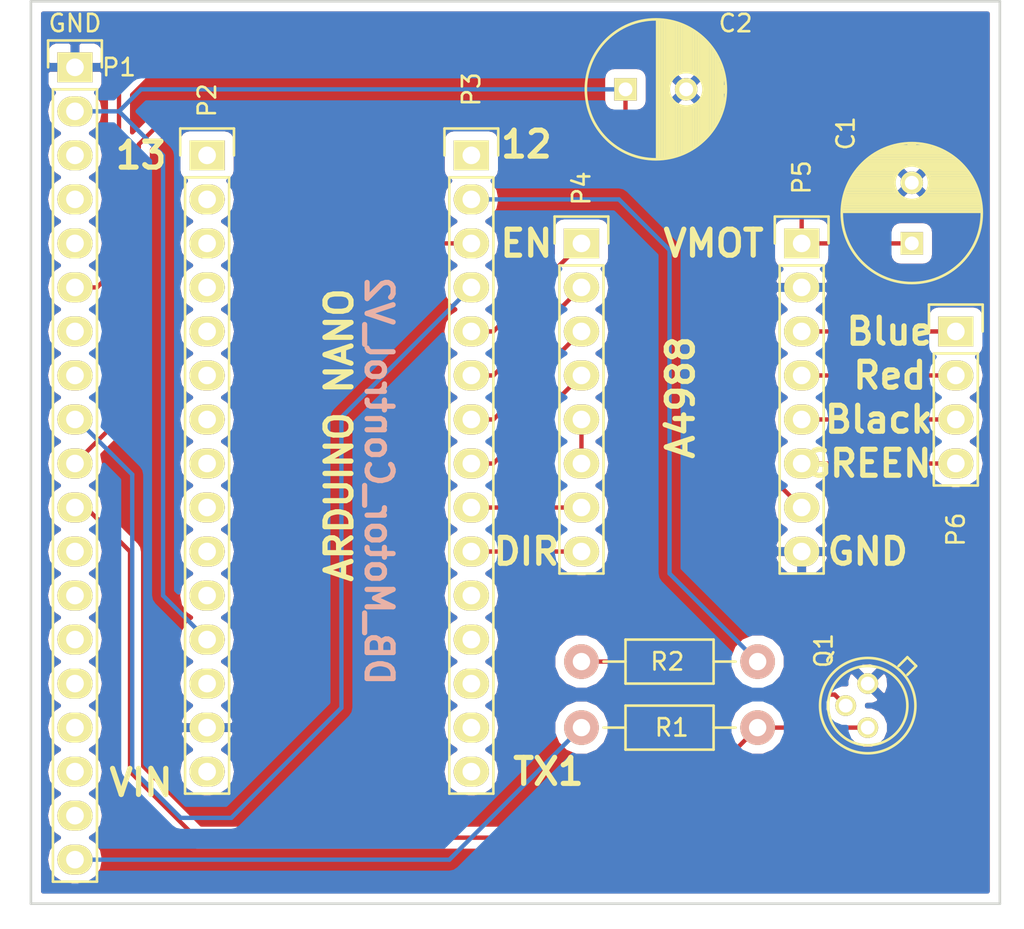
<source format=kicad_pcb>
(kicad_pcb (version 4) (host pcbnew 4.0.4+e1-6308~48~ubuntu16.04.1-stable)

  (general
    (links 29)
    (no_connects 0)
    (area 46.401667 51.994999 105.775 105.85)
    (thickness 1.6)
    (drawings 19)
    (tracks 65)
    (zones 0)
    (modules 11)
    (nets 21)
  )

  (page A4)
  (layers
    (0 F.Cu signal)
    (31 B.Cu signal)
    (32 B.Adhes user)
    (33 F.Adhes user)
    (34 B.Paste user)
    (35 F.Paste user)
    (36 B.SilkS user)
    (37 F.SilkS user)
    (38 B.Mask user)
    (39 F.Mask user)
    (40 Dwgs.User user)
    (41 Cmts.User user)
    (42 Eco1.User user)
    (43 Eco2.User user)
    (44 Edge.Cuts user)
    (45 Margin user)
    (46 B.CrtYd user)
    (47 F.CrtYd user)
    (48 B.Fab user)
    (49 F.Fab user)
  )

  (setup
    (last_trace_width 0.25)
    (trace_clearance 0.2)
    (zone_clearance 0.508)
    (zone_45_only no)
    (trace_min 0.2)
    (segment_width 0.2)
    (edge_width 0.15)
    (via_size 0.6)
    (via_drill 0.4)
    (via_min_size 0.4)
    (via_min_drill 0.3)
    (uvia_size 0.3)
    (uvia_drill 0.1)
    (uvias_allowed no)
    (uvia_min_size 0.2)
    (uvia_min_drill 0.1)
    (pcb_text_width 0.3)
    (pcb_text_size 1.5 1.5)
    (mod_edge_width 0.15)
    (mod_text_size 1 1)
    (mod_text_width 0.15)
    (pad_size 1.524 1.524)
    (pad_drill 0.762)
    (pad_to_mask_clearance 0.2)
    (aux_axis_origin 0 0)
    (visible_elements 7FFFFFFF)
    (pcbplotparams
      (layerselection 0x010f0_80000001)
      (usegerberextensions true)
      (excludeedgelayer true)
      (linewidth 0.100000)
      (plotframeref false)
      (viasonmask false)
      (mode 1)
      (useauxorigin false)
      (hpglpennumber 1)
      (hpglpenspeed 20)
      (hpglpendiameter 15)
      (hpglpenoverlay 2)
      (psnegative false)
      (psa4output false)
      (plotreference true)
      (plotvalue true)
      (plotinvisibletext false)
      (padsonsilk false)
      (subtractmaskfromsilk false)
      (outputformat 1)
      (mirror false)
      (drillshape 0)
      (scaleselection 1)
      (outputdirectory ../gerber/))
  )

  (net 0 "")
  (net 1 "Net-(C1-Pad1)")
  (net 2 GND)
  (net 3 "Net-(P1-Pad9)")
  (net 4 "Net-(P1-Pad11)")
  (net 5 "Net-(P1-Pad19)")
  (net 6 "Net-(P3-Pad5)")
  (net 7 "Net-(P3-Pad6)")
  (net 8 "Net-(P3-Pad8)")
  (net 9 "Net-(P4-Pad5)")
  (net 10 "Net-(P5-Pad3)")
  (net 11 "Net-(P5-Pad4)")
  (net 12 "Net-(P5-Pad5)")
  (net 13 "Net-(P5-Pad6)")
  (net 14 "Net-(C2-Pad1)")
  (net 15 "Net-(P3-Pad7)")
  (net 16 "Net-(Q1-Pad2)")
  (net 17 "Net-(P1-Pad10)")
  (net 18 "Net-(P3-Pad9)")
  (net 19 "Net-(P3-Pad10)")
  (net 20 "Net-(P3-Pad2)")

  (net_class Default "This is the default net class."
    (clearance 0.2)
    (trace_width 0.25)
    (via_dia 0.6)
    (via_drill 0.4)
    (uvia_dia 0.3)
    (uvia_drill 0.1)
    (add_net GND)
    (add_net "Net-(C1-Pad1)")
    (add_net "Net-(C2-Pad1)")
    (add_net "Net-(P1-Pad10)")
    (add_net "Net-(P1-Pad11)")
    (add_net "Net-(P1-Pad19)")
    (add_net "Net-(P1-Pad9)")
    (add_net "Net-(P3-Pad10)")
    (add_net "Net-(P3-Pad2)")
    (add_net "Net-(P3-Pad5)")
    (add_net "Net-(P3-Pad6)")
    (add_net "Net-(P3-Pad7)")
    (add_net "Net-(P3-Pad8)")
    (add_net "Net-(P3-Pad9)")
    (add_net "Net-(P4-Pad5)")
    (add_net "Net-(P5-Pad3)")
    (add_net "Net-(P5-Pad4)")
    (add_net "Net-(P5-Pad5)")
    (add_net "Net-(P5-Pad6)")
    (add_net "Net-(Q1-Pad2)")
  )

  (module Socket_Strips:Socket_Strip_Straight_1x15 placed (layer F.Cu) (tedit 57B5A9C0) (tstamp 57B31776)
    (at 58.42 60.96 270)
    (descr "Through hole socket strip")
    (tags "socket strip")
    (path /57A890C3)
    (fp_text reference P2 (at -3.175 0 270) (layer F.SilkS)
      (effects (font (size 1 1) (thickness 0.15)))
    )
    (fp_text value CONN_01X15 (at 0 -3.1 270) (layer F.Fab)
      (effects (font (size 1 1) (thickness 0.15)))
    )
    (fp_line (start -1.75 -1.75) (end -1.75 1.75) (layer F.CrtYd) (width 0.05))
    (fp_line (start 37.35 -1.75) (end 37.35 1.75) (layer F.CrtYd) (width 0.05))
    (fp_line (start -1.75 -1.75) (end 37.35 -1.75) (layer F.CrtYd) (width 0.05))
    (fp_line (start -1.75 1.75) (end 37.35 1.75) (layer F.CrtYd) (width 0.05))
    (fp_line (start 1.27 -1.27) (end 36.83 -1.27) (layer F.SilkS) (width 0.15))
    (fp_line (start 36.83 -1.27) (end 36.83 1.27) (layer F.SilkS) (width 0.15))
    (fp_line (start 36.83 1.27) (end 1.27 1.27) (layer F.SilkS) (width 0.15))
    (fp_line (start -1.55 1.55) (end 0 1.55) (layer F.SilkS) (width 0.15))
    (fp_line (start 1.27 1.27) (end 1.27 -1.27) (layer F.SilkS) (width 0.15))
    (fp_line (start 0 -1.55) (end -1.55 -1.55) (layer F.SilkS) (width 0.15))
    (fp_line (start -1.55 -1.55) (end -1.55 1.55) (layer F.SilkS) (width 0.15))
    (pad 1 thru_hole rect (at 0 0 270) (size 1.7272 2.032) (drill 1.016) (layers *.Cu *.Mask F.SilkS))
    (pad 2 thru_hole oval (at 2.54 0 270) (size 1.7272 2.032) (drill 1.016) (layers *.Cu *.Mask F.SilkS))
    (pad 3 thru_hole oval (at 5.08 0 270) (size 1.7272 2.032) (drill 1.016) (layers *.Cu *.Mask F.SilkS))
    (pad 4 thru_hole oval (at 7.62 0 270) (size 1.7272 2.032) (drill 1.016) (layers *.Cu *.Mask F.SilkS))
    (pad 5 thru_hole oval (at 10.16 0 270) (size 1.7272 2.032) (drill 1.016) (layers *.Cu *.Mask F.SilkS))
    (pad 6 thru_hole oval (at 12.7 0 270) (size 1.7272 2.032) (drill 1.016) (layers *.Cu *.Mask F.SilkS))
    (pad 7 thru_hole oval (at 15.24 0 270) (size 1.7272 2.032) (drill 1.016) (layers *.Cu *.Mask F.SilkS))
    (pad 8 thru_hole oval (at 17.78 0 270) (size 1.7272 2.032) (drill 1.016) (layers *.Cu *.Mask F.SilkS))
    (pad 9 thru_hole oval (at 20.32 0 270) (size 1.7272 2.032) (drill 1.016) (layers *.Cu *.Mask F.SilkS))
    (pad 10 thru_hole oval (at 22.86 0 270) (size 1.7272 2.032) (drill 1.016) (layers *.Cu *.Mask F.SilkS))
    (pad 11 thru_hole oval (at 25.4 0 270) (size 1.7272 2.032) (drill 1.016) (layers *.Cu *.Mask F.SilkS))
    (pad 12 thru_hole oval (at 27.94 0 270) (size 1.7272 2.032) (drill 1.016) (layers *.Cu *.Mask F.SilkS)
      (net 14 "Net-(C2-Pad1)"))
    (pad 13 thru_hole oval (at 30.48 0 270) (size 1.7272 2.032) (drill 1.016) (layers *.Cu *.Mask F.SilkS))
    (pad 14 thru_hole oval (at 33.02 0 270) (size 1.7272 2.032) (drill 1.016) (layers *.Cu *.Mask F.SilkS)
      (net 2 GND))
    (pad 15 thru_hole oval (at 35.56 0 270) (size 1.7272 2.032) (drill 1.016) (layers *.Cu *.Mask F.SilkS))
    (model Socket_Strips.3dshapes/Socket_Strip_Straight_1x15.wrl
      (at (xyz 0.7 0 0))
      (scale (xyz 1 1 1))
      (rotate (xyz 0 0 180))
    )
  )

  (module Socket_Strips:Socket_Strip_Straight_1x15 placed (layer F.Cu) (tedit 57BD75F3) (tstamp 57B31789)
    (at 73.66 60.96 270)
    (descr "Through hole socket strip")
    (tags "socket strip")
    (path /57A890ED)
    (fp_text reference P3 (at -3.81 0 270) (layer F.SilkS)
      (effects (font (size 1 1) (thickness 0.15)))
    )
    (fp_text value CONN_01X15 (at 0 -3.1 270) (layer F.Fab)
      (effects (font (size 1 1) (thickness 0.15)))
    )
    (fp_line (start -1.75 -1.75) (end -1.75 1.75) (layer F.CrtYd) (width 0.05))
    (fp_line (start 37.35 -1.75) (end 37.35 1.75) (layer F.CrtYd) (width 0.05))
    (fp_line (start -1.75 -1.75) (end 37.35 -1.75) (layer F.CrtYd) (width 0.05))
    (fp_line (start -1.75 1.75) (end 37.35 1.75) (layer F.CrtYd) (width 0.05))
    (fp_line (start 1.27 -1.27) (end 36.83 -1.27) (layer F.SilkS) (width 0.15))
    (fp_line (start 36.83 -1.27) (end 36.83 1.27) (layer F.SilkS) (width 0.15))
    (fp_line (start 36.83 1.27) (end 1.27 1.27) (layer F.SilkS) (width 0.15))
    (fp_line (start -1.55 1.55) (end 0 1.55) (layer F.SilkS) (width 0.15))
    (fp_line (start 1.27 1.27) (end 1.27 -1.27) (layer F.SilkS) (width 0.15))
    (fp_line (start 0 -1.55) (end -1.55 -1.55) (layer F.SilkS) (width 0.15))
    (fp_line (start -1.55 -1.55) (end -1.55 1.55) (layer F.SilkS) (width 0.15))
    (pad 1 thru_hole rect (at 0 0 270) (size 1.7272 2.032) (drill 1.016) (layers *.Cu *.Mask F.SilkS))
    (pad 2 thru_hole oval (at 2.54 0 270) (size 1.7272 2.032) (drill 1.016) (layers *.Cu *.Mask F.SilkS)
      (net 20 "Net-(P3-Pad2)"))
    (pad 3 thru_hole oval (at 5.08 0 270) (size 1.7272 2.032) (drill 1.016) (layers *.Cu *.Mask F.SilkS)
      (net 17 "Net-(P1-Pad10)"))
    (pad 4 thru_hole oval (at 7.62 0 270) (size 1.7272 2.032) (drill 1.016) (layers *.Cu *.Mask F.SilkS)
      (net 3 "Net-(P1-Pad9)"))
    (pad 5 thru_hole oval (at 10.16 0 270) (size 1.7272 2.032) (drill 1.016) (layers *.Cu *.Mask F.SilkS)
      (net 6 "Net-(P3-Pad5)"))
    (pad 6 thru_hole oval (at 12.7 0 270) (size 1.7272 2.032) (drill 1.016) (layers *.Cu *.Mask F.SilkS)
      (net 7 "Net-(P3-Pad6)"))
    (pad 7 thru_hole oval (at 15.24 0 270) (size 1.7272 2.032) (drill 1.016) (layers *.Cu *.Mask F.SilkS)
      (net 15 "Net-(P3-Pad7)"))
    (pad 8 thru_hole oval (at 17.78 0 270) (size 1.7272 2.032) (drill 1.016) (layers *.Cu *.Mask F.SilkS)
      (net 8 "Net-(P3-Pad8)"))
    (pad 9 thru_hole oval (at 20.32 0 270) (size 1.7272 2.032) (drill 1.016) (layers *.Cu *.Mask F.SilkS)
      (net 18 "Net-(P3-Pad9)"))
    (pad 10 thru_hole oval (at 22.86 0 270) (size 1.7272 2.032) (drill 1.016) (layers *.Cu *.Mask F.SilkS)
      (net 19 "Net-(P3-Pad10)"))
    (pad 11 thru_hole oval (at 25.4 0 270) (size 1.7272 2.032) (drill 1.016) (layers *.Cu *.Mask F.SilkS))
    (pad 12 thru_hole oval (at 27.94 0 270) (size 1.7272 2.032) (drill 1.016) (layers *.Cu *.Mask F.SilkS))
    (pad 13 thru_hole oval (at 30.48 0 270) (size 1.7272 2.032) (drill 1.016) (layers *.Cu *.Mask F.SilkS))
    (pad 14 thru_hole oval (at 33.02 0 270) (size 1.7272 2.032) (drill 1.016) (layers *.Cu *.Mask F.SilkS))
    (pad 15 thru_hole oval (at 35.56 0 270) (size 1.7272 2.032) (drill 1.016) (layers *.Cu *.Mask F.SilkS))
    (model Socket_Strips.3dshapes/Socket_Strip_Straight_1x15.wrl
      (at (xyz 0.7 0 0))
      (scale (xyz 1 1 1))
      (rotate (xyz 0 0 180))
    )
  )

  (module Socket_Strips:Socket_Strip_Straight_1x08 placed (layer F.Cu) (tedit 57B5A9C7) (tstamp 57B31795)
    (at 80.01 66.04 270)
    (descr "Through hole socket strip")
    (tags "socket strip")
    (path /57A89055)
    (fp_text reference P4 (at -3.175 0 270) (layer F.SilkS)
      (effects (font (size 1 1) (thickness 0.15)))
    )
    (fp_text value CONN_01X08 (at 0 -3.1 270) (layer F.Fab)
      (effects (font (size 1 1) (thickness 0.15)))
    )
    (fp_line (start -1.75 -1.75) (end -1.75 1.75) (layer F.CrtYd) (width 0.05))
    (fp_line (start 19.55 -1.75) (end 19.55 1.75) (layer F.CrtYd) (width 0.05))
    (fp_line (start -1.75 -1.75) (end 19.55 -1.75) (layer F.CrtYd) (width 0.05))
    (fp_line (start -1.75 1.75) (end 19.55 1.75) (layer F.CrtYd) (width 0.05))
    (fp_line (start 1.27 1.27) (end 19.05 1.27) (layer F.SilkS) (width 0.15))
    (fp_line (start 19.05 1.27) (end 19.05 -1.27) (layer F.SilkS) (width 0.15))
    (fp_line (start 19.05 -1.27) (end 1.27 -1.27) (layer F.SilkS) (width 0.15))
    (fp_line (start -1.55 1.55) (end 0 1.55) (layer F.SilkS) (width 0.15))
    (fp_line (start 1.27 1.27) (end 1.27 -1.27) (layer F.SilkS) (width 0.15))
    (fp_line (start 0 -1.55) (end -1.55 -1.55) (layer F.SilkS) (width 0.15))
    (fp_line (start -1.55 -1.55) (end -1.55 1.55) (layer F.SilkS) (width 0.15))
    (pad 1 thru_hole rect (at 0 0 270) (size 1.7272 2.032) (drill 1.016) (layers *.Cu *.Mask F.SilkS)
      (net 6 "Net-(P3-Pad5)"))
    (pad 2 thru_hole oval (at 2.54 0 270) (size 1.7272 2.032) (drill 1.016) (layers *.Cu *.Mask F.SilkS)
      (net 7 "Net-(P3-Pad6)"))
    (pad 3 thru_hole oval (at 5.08 0 270) (size 1.7272 2.032) (drill 1.016) (layers *.Cu *.Mask F.SilkS)
      (net 15 "Net-(P3-Pad7)"))
    (pad 4 thru_hole oval (at 7.62 0 270) (size 1.7272 2.032) (drill 1.016) (layers *.Cu *.Mask F.SilkS)
      (net 8 "Net-(P3-Pad8)"))
    (pad 5 thru_hole oval (at 10.16 0 270) (size 1.7272 2.032) (drill 1.016) (layers *.Cu *.Mask F.SilkS)
      (net 9 "Net-(P4-Pad5)"))
    (pad 6 thru_hole oval (at 12.7 0 270) (size 1.7272 2.032) (drill 1.016) (layers *.Cu *.Mask F.SilkS)
      (net 9 "Net-(P4-Pad5)"))
    (pad 7 thru_hole oval (at 15.24 0 270) (size 1.7272 2.032) (drill 1.016) (layers *.Cu *.Mask F.SilkS)
      (net 18 "Net-(P3-Pad9)"))
    (pad 8 thru_hole oval (at 17.78 0 270) (size 1.7272 2.032) (drill 1.016) (layers *.Cu *.Mask F.SilkS)
      (net 19 "Net-(P3-Pad10)"))
    (model Socket_Strips.3dshapes/Socket_Strip_Straight_1x08.wrl
      (at (xyz 0.35 0 0))
      (scale (xyz 1 1 1))
      (rotate (xyz 0 0 180))
    )
  )

  (module Socket_Strips:Socket_Strip_Straight_1x08 placed (layer F.Cu) (tedit 57BD75ED) (tstamp 57B317A1)
    (at 92.71 66.04 270)
    (descr "Through hole socket strip")
    (tags "socket strip")
    (path /57A8907E)
    (fp_text reference P5 (at -3.81 0 270) (layer F.SilkS)
      (effects (font (size 1 1) (thickness 0.15)))
    )
    (fp_text value CONN_01X08 (at 0 -3.1 270) (layer F.Fab)
      (effects (font (size 1 1) (thickness 0.15)))
    )
    (fp_line (start -1.75 -1.75) (end -1.75 1.75) (layer F.CrtYd) (width 0.05))
    (fp_line (start 19.55 -1.75) (end 19.55 1.75) (layer F.CrtYd) (width 0.05))
    (fp_line (start -1.75 -1.75) (end 19.55 -1.75) (layer F.CrtYd) (width 0.05))
    (fp_line (start -1.75 1.75) (end 19.55 1.75) (layer F.CrtYd) (width 0.05))
    (fp_line (start 1.27 1.27) (end 19.05 1.27) (layer F.SilkS) (width 0.15))
    (fp_line (start 19.05 1.27) (end 19.05 -1.27) (layer F.SilkS) (width 0.15))
    (fp_line (start 19.05 -1.27) (end 1.27 -1.27) (layer F.SilkS) (width 0.15))
    (fp_line (start -1.55 1.55) (end 0 1.55) (layer F.SilkS) (width 0.15))
    (fp_line (start 1.27 1.27) (end 1.27 -1.27) (layer F.SilkS) (width 0.15))
    (fp_line (start 0 -1.55) (end -1.55 -1.55) (layer F.SilkS) (width 0.15))
    (fp_line (start -1.55 -1.55) (end -1.55 1.55) (layer F.SilkS) (width 0.15))
    (pad 1 thru_hole rect (at 0 0 270) (size 1.7272 2.032) (drill 1.016) (layers *.Cu *.Mask F.SilkS)
      (net 1 "Net-(C1-Pad1)"))
    (pad 2 thru_hole oval (at 2.54 0 270) (size 1.7272 2.032) (drill 1.016) (layers *.Cu *.Mask F.SilkS)
      (net 2 GND))
    (pad 3 thru_hole oval (at 5.08 0 270) (size 1.7272 2.032) (drill 1.016) (layers *.Cu *.Mask F.SilkS)
      (net 10 "Net-(P5-Pad3)"))
    (pad 4 thru_hole oval (at 7.62 0 270) (size 1.7272 2.032) (drill 1.016) (layers *.Cu *.Mask F.SilkS)
      (net 11 "Net-(P5-Pad4)"))
    (pad 5 thru_hole oval (at 10.16 0 270) (size 1.7272 2.032) (drill 1.016) (layers *.Cu *.Mask F.SilkS)
      (net 12 "Net-(P5-Pad5)"))
    (pad 6 thru_hole oval (at 12.7 0 270) (size 1.7272 2.032) (drill 1.016) (layers *.Cu *.Mask F.SilkS)
      (net 13 "Net-(P5-Pad6)"))
    (pad 7 thru_hole oval (at 15.24 0 270) (size 1.7272 2.032) (drill 1.016) (layers *.Cu *.Mask F.SilkS)
      (net 14 "Net-(C2-Pad1)"))
    (pad 8 thru_hole oval (at 17.78 0 270) (size 1.7272 2.032) (drill 1.016) (layers *.Cu *.Mask F.SilkS)
      (net 2 GND))
    (model Socket_Strips.3dshapes/Socket_Strip_Straight_1x08.wrl
      (at (xyz 0.35 0 0))
      (scale (xyz 1 1 1))
      (rotate (xyz 0 0 180))
    )
  )

  (module Socket_Strips:Socket_Strip_Straight_1x04 placed (layer F.Cu) (tedit 57BD75CB) (tstamp 57B317A9)
    (at 101.6 71.12 270)
    (descr "Through hole socket strip")
    (tags "socket strip")
    (path /57A88E2B)
    (fp_text reference P6 (at 11.43 0 270) (layer F.SilkS)
      (effects (font (size 1 1) (thickness 0.15)))
    )
    (fp_text value CONN_01X04 (at 0 -3.1 270) (layer F.Fab)
      (effects (font (size 1 1) (thickness 0.15)))
    )
    (fp_line (start -1.75 -1.75) (end -1.75 1.75) (layer F.CrtYd) (width 0.05))
    (fp_line (start 9.4 -1.75) (end 9.4 1.75) (layer F.CrtYd) (width 0.05))
    (fp_line (start -1.75 -1.75) (end 9.4 -1.75) (layer F.CrtYd) (width 0.05))
    (fp_line (start -1.75 1.75) (end 9.4 1.75) (layer F.CrtYd) (width 0.05))
    (fp_line (start 1.27 -1.27) (end 8.89 -1.27) (layer F.SilkS) (width 0.15))
    (fp_line (start 1.27 1.27) (end 8.89 1.27) (layer F.SilkS) (width 0.15))
    (fp_line (start -1.55 1.55) (end 0 1.55) (layer F.SilkS) (width 0.15))
    (fp_line (start 8.89 -1.27) (end 8.89 1.27) (layer F.SilkS) (width 0.15))
    (fp_line (start 1.27 1.27) (end 1.27 -1.27) (layer F.SilkS) (width 0.15))
    (fp_line (start 0 -1.55) (end -1.55 -1.55) (layer F.SilkS) (width 0.15))
    (fp_line (start -1.55 -1.55) (end -1.55 1.55) (layer F.SilkS) (width 0.15))
    (pad 1 thru_hole rect (at 0 0 270) (size 1.7272 2.032) (drill 1.016) (layers *.Cu *.Mask F.SilkS)
      (net 10 "Net-(P5-Pad3)"))
    (pad 2 thru_hole oval (at 2.54 0 270) (size 1.7272 2.032) (drill 1.016) (layers *.Cu *.Mask F.SilkS)
      (net 11 "Net-(P5-Pad4)"))
    (pad 3 thru_hole oval (at 5.08 0 270) (size 1.7272 2.032) (drill 1.016) (layers *.Cu *.Mask F.SilkS)
      (net 12 "Net-(P5-Pad5)"))
    (pad 4 thru_hole oval (at 7.62 0 270) (size 1.7272 2.032) (drill 1.016) (layers *.Cu *.Mask F.SilkS)
      (net 13 "Net-(P5-Pad6)"))
    (model Socket_Strips.3dshapes/Socket_Strip_Straight_1x04.wrl
      (at (xyz 0.15 0 0))
      (scale (xyz 1 1 1))
      (rotate (xyz 0 0 180))
    )
  )

  (module Echopen:CP_TH_common (layer F.Cu) (tedit 57B58060) (tstamp 57BC4AB8)
    (at 82.55 57.15)
    (descr "Radial Electrolytic Capacitor Diameter 8mm x Length 11.5mm, Pitch 3.5mm")
    (tags "Electrolytic Capacitor")
    (path /57BC49A7)
    (fp_text reference C2 (at 6.35 -3.81) (layer F.SilkS)
      (effects (font (size 1 1) (thickness 0.15)))
    )
    (fp_text value 10u (at 1.27 1.905) (layer F.Fab)
      (effects (font (size 1 1) (thickness 0.15)))
    )
    (fp_line (start 1.825 -3.999) (end 1.825 3.999) (layer F.SilkS) (width 0.15))
    (fp_line (start 1.965 -3.994) (end 1.965 3.994) (layer F.SilkS) (width 0.15))
    (fp_line (start 2.105 -3.984) (end 2.105 3.984) (layer F.SilkS) (width 0.15))
    (fp_line (start 2.245 -3.969) (end 2.245 3.969) (layer F.SilkS) (width 0.15))
    (fp_line (start 2.385 -3.949) (end 2.385 3.949) (layer F.SilkS) (width 0.15))
    (fp_line (start 2.525 -3.924) (end 2.525 -0.222) (layer F.SilkS) (width 0.15))
    (fp_line (start 2.525 0.222) (end 2.525 3.924) (layer F.SilkS) (width 0.15))
    (fp_line (start 2.665 -3.894) (end 2.665 -0.55) (layer F.SilkS) (width 0.15))
    (fp_line (start 2.665 0.55) (end 2.665 3.894) (layer F.SilkS) (width 0.15))
    (fp_line (start 2.805 -3.858) (end 2.805 -0.719) (layer F.SilkS) (width 0.15))
    (fp_line (start 2.805 0.719) (end 2.805 3.858) (layer F.SilkS) (width 0.15))
    (fp_line (start 2.945 -3.817) (end 2.945 -0.832) (layer F.SilkS) (width 0.15))
    (fp_line (start 2.945 0.832) (end 2.945 3.817) (layer F.SilkS) (width 0.15))
    (fp_line (start 3.085 -3.771) (end 3.085 -0.91) (layer F.SilkS) (width 0.15))
    (fp_line (start 3.085 0.91) (end 3.085 3.771) (layer F.SilkS) (width 0.15))
    (fp_line (start 3.225 -3.718) (end 3.225 -0.961) (layer F.SilkS) (width 0.15))
    (fp_line (start 3.225 0.961) (end 3.225 3.718) (layer F.SilkS) (width 0.15))
    (fp_line (start 3.365 -3.659) (end 3.365 -0.991) (layer F.SilkS) (width 0.15))
    (fp_line (start 3.365 0.991) (end 3.365 3.659) (layer F.SilkS) (width 0.15))
    (fp_line (start 3.505 -3.594) (end 3.505 -1) (layer F.SilkS) (width 0.15))
    (fp_line (start 3.505 1) (end 3.505 3.594) (layer F.SilkS) (width 0.15))
    (fp_line (start 3.645 -3.523) (end 3.645 -0.989) (layer F.SilkS) (width 0.15))
    (fp_line (start 3.645 0.989) (end 3.645 3.523) (layer F.SilkS) (width 0.15))
    (fp_line (start 3.785 -3.444) (end 3.785 -0.959) (layer F.SilkS) (width 0.15))
    (fp_line (start 3.785 0.959) (end 3.785 3.444) (layer F.SilkS) (width 0.15))
    (fp_line (start 3.925 -3.357) (end 3.925 -0.905) (layer F.SilkS) (width 0.15))
    (fp_line (start 3.925 0.905) (end 3.925 3.357) (layer F.SilkS) (width 0.15))
    (fp_line (start 4.065 -3.262) (end 4.065 -0.825) (layer F.SilkS) (width 0.15))
    (fp_line (start 4.065 0.825) (end 4.065 3.262) (layer F.SilkS) (width 0.15))
    (fp_line (start 4.205 -3.158) (end 4.205 -0.709) (layer F.SilkS) (width 0.15))
    (fp_line (start 4.205 0.709) (end 4.205 3.158) (layer F.SilkS) (width 0.15))
    (fp_line (start 4.345 -3.044) (end 4.345 -0.535) (layer F.SilkS) (width 0.15))
    (fp_line (start 4.345 0.535) (end 4.345 3.044) (layer F.SilkS) (width 0.15))
    (fp_line (start 4.485 -2.919) (end 4.485 -0.173) (layer F.SilkS) (width 0.15))
    (fp_line (start 4.485 0.173) (end 4.485 2.919) (layer F.SilkS) (width 0.15))
    (fp_line (start 4.625 -2.781) (end 4.625 2.781) (layer F.SilkS) (width 0.15))
    (fp_line (start 4.765 -2.629) (end 4.765 2.629) (layer F.SilkS) (width 0.15))
    (fp_line (start 4.905 -2.459) (end 4.905 2.459) (layer F.SilkS) (width 0.15))
    (fp_line (start 5.045 -2.268) (end 5.045 2.268) (layer F.SilkS) (width 0.15))
    (fp_line (start 5.185 -2.05) (end 5.185 2.05) (layer F.SilkS) (width 0.15))
    (fp_line (start 5.325 -1.794) (end 5.325 1.794) (layer F.SilkS) (width 0.15))
    (fp_line (start 5.465 -1.483) (end 5.465 1.483) (layer F.SilkS) (width 0.15))
    (fp_line (start 5.605 -1.067) (end 5.605 1.067) (layer F.SilkS) (width 0.15))
    (fp_line (start 5.745 -0.2) (end 5.745 0.2) (layer F.SilkS) (width 0.15))
    (fp_circle (center 3.5 0) (end 3.5 -1) (layer F.SilkS) (width 0.15))
    (fp_circle (center 1.75 0) (end 1.75 -4.0375) (layer F.SilkS) (width 0.15))
    (fp_circle (center 1.75 0) (end 1.75 -4.3) (layer F.CrtYd) (width 0.05))
    (pad 2 thru_hole circle (at 3.5 0) (size 1.3 1.3) (drill 0.8) (layers *.Cu *.Mask F.SilkS)
      (net 2 GND))
    (pad 1 thru_hole rect (at 0 0) (size 1.3 1.3) (drill 0.8) (layers *.Cu *.Mask F.SilkS)
      (net 14 "Net-(C2-Pad1)"))
    (model Capacitors_ThroughHole.3dshapes/C_Radial_D8_L11.5_P3.5.wrl
      (at (xyz 0 0 0))
      (scale (xyz 1 1 1))
      (rotate (xyz 0 0 0))
    )
  )

  (module Echopen:TO-18_TH_common (layer F.Cu) (tedit 57B58136) (tstamp 57BC4ABF)
    (at 96.52 92.71 90)
    (descr "TO-18, 3Pin,")
    (tags "TO-18, 3Pin,")
    (path /57BC4E2A)
    (fp_text reference Q1 (at 3.175 -2.54 90) (layer F.SilkS)
      (effects (font (size 1 1) (thickness 0.15)))
    )
    (fp_text value 2N2222 (at 0 1.905 90) (layer F.Fab)
      (effects (font (size 1 1) (thickness 0.15)))
    )
    (fp_line (start 2.794 2.286) (end 2.286 1.778) (layer F.SilkS) (width 0.15))
    (fp_line (start 1.778 2.286) (end 2.286 2.794) (layer F.SilkS) (width 0.15))
    (fp_line (start 2.286 2.794) (end 2.794 2.286) (layer F.SilkS) (width 0.15))
    (fp_circle (center 0 0) (end 2.286 0) (layer F.SilkS) (width 0.15))
    (fp_circle (center 0 0) (end 2.75 0) (layer F.SilkS) (width 0.15))
    (pad 1 thru_hole circle (at 1.27 0 90) (size 1.2 1.2) (drill 0.8) (layers *.Cu *.Mask F.SilkS)
      (net 2 GND))
    (pad 2 thru_hole circle (at 0 -1.27 90) (size 1.2 1.2) (drill 0.8) (layers *.Cu *.Mask F.SilkS)
      (net 16 "Net-(Q1-Pad2)"))
    (pad 3 thru_hole circle (at -1.27 0 90) (size 1.2 1.2) (drill 0.8) (layers *.Cu *.Mask F.SilkS)
      (net 4 "Net-(P1-Pad11)"))
    (model TO_SOT_Packages_THT.3dshapes/TO-18_3Pin.wrl
      (at (xyz 0 0 0))
      (scale (xyz 0.3937 0.3937 0.3937))
      (rotate (xyz 0 0 0))
    )
  )

  (module Echopen:Resistor_TH_common (layer F.Cu) (tedit 580E03FB) (tstamp 57BC4AC5)
    (at 80.01 93.98)
    (descr "Resistor, Axial,  RM 10mm, 1/3W")
    (tags "Resistor Axial RM 10mm 1/3W")
    (path /57BC4D98)
    (fp_text reference R1 (at 5.207 0) (layer F.SilkS)
      (effects (font (size 1 1) (thickness 0.15)))
    )
    (fp_text value 1.5k (at 5.08 0) (layer F.Fab)
      (effects (font (size 1 1) (thickness 0.15)))
    )
    (fp_line (start -1.25 -1.5) (end 11.4 -1.5) (layer F.CrtYd) (width 0.05))
    (fp_line (start -1.25 1.5) (end -1.25 -1.5) (layer F.CrtYd) (width 0.05))
    (fp_line (start 11.4 -1.5) (end 11.4 1.5) (layer F.CrtYd) (width 0.05))
    (fp_line (start -1.25 1.5) (end 11.4 1.5) (layer F.CrtYd) (width 0.05))
    (fp_line (start 2.54 -1.27) (end 7.62 -1.27) (layer F.SilkS) (width 0.15))
    (fp_line (start 7.62 -1.27) (end 7.62 1.27) (layer F.SilkS) (width 0.15))
    (fp_line (start 7.62 1.27) (end 2.54 1.27) (layer F.SilkS) (width 0.15))
    (fp_line (start 2.54 1.27) (end 2.54 -1.27) (layer F.SilkS) (width 0.15))
    (fp_line (start 2.54 0) (end 1.27 0) (layer F.SilkS) (width 0.15))
    (fp_line (start 7.62 0) (end 8.89 0) (layer F.SilkS) (width 0.15))
    (pad 1 thru_hole circle (at 0 0) (size 1.99898 1.99898) (drill 1.00076) (layers *.Cu *.SilkS *.Mask)
      (net 5 "Net-(P1-Pad19)"))
    (pad 2 thru_hole circle (at 10.16 0) (size 1.99898 1.99898) (drill 1.00076) (layers *.Cu *.SilkS *.Mask)
      (net 4 "Net-(P1-Pad11)"))
    (model Resistors_ThroughHole.3dshapes/Resistor_Horizontal_RM10mm.wrl
      (at (xyz 0.2 0 0))
      (scale (xyz 0.4 0.4 0.4))
      (rotate (xyz 0 0 0))
    )
  )

  (module Echopen:Resistor_TH_common (layer F.Cu) (tedit 580E03F7) (tstamp 57BC4ACB)
    (at 80.01 90.17)
    (descr "Resistor, Axial,  RM 10mm, 1/3W")
    (tags "Resistor Axial RM 10mm 1/3W")
    (path /57BC5193)
    (fp_text reference R2 (at 4.953 0) (layer F.SilkS)
      (effects (font (size 1 1) (thickness 0.15)))
    )
    (fp_text value 1.5k (at 5.08 0) (layer F.Fab)
      (effects (font (size 1 1) (thickness 0.15)))
    )
    (fp_line (start -1.25 -1.5) (end 11.4 -1.5) (layer F.CrtYd) (width 0.05))
    (fp_line (start -1.25 1.5) (end -1.25 -1.5) (layer F.CrtYd) (width 0.05))
    (fp_line (start 11.4 -1.5) (end 11.4 1.5) (layer F.CrtYd) (width 0.05))
    (fp_line (start -1.25 1.5) (end 11.4 1.5) (layer F.CrtYd) (width 0.05))
    (fp_line (start 2.54 -1.27) (end 7.62 -1.27) (layer F.SilkS) (width 0.15))
    (fp_line (start 7.62 -1.27) (end 7.62 1.27) (layer F.SilkS) (width 0.15))
    (fp_line (start 7.62 1.27) (end 2.54 1.27) (layer F.SilkS) (width 0.15))
    (fp_line (start 2.54 1.27) (end 2.54 -1.27) (layer F.SilkS) (width 0.15))
    (fp_line (start 2.54 0) (end 1.27 0) (layer F.SilkS) (width 0.15))
    (fp_line (start 7.62 0) (end 8.89 0) (layer F.SilkS) (width 0.15))
    (pad 1 thru_hole circle (at 0 0) (size 1.99898 1.99898) (drill 1.00076) (layers *.Cu *.SilkS *.Mask)
      (net 16 "Net-(Q1-Pad2)"))
    (pad 2 thru_hole circle (at 10.16 0) (size 1.99898 1.99898) (drill 1.00076) (layers *.Cu *.SilkS *.Mask)
      (net 20 "Net-(P3-Pad2)"))
    (model Resistors_ThroughHole.3dshapes/Resistor_Horizontal_RM10mm.wrl
      (at (xyz 0.2 0 0))
      (scale (xyz 0.4 0.4 0.4))
      (rotate (xyz 0 0 0))
    )
  )

  (module Echopen:CP_TH_common (layer F.Cu) (tedit 57B58060) (tstamp 57BD7541)
    (at 99.06 66.04 90)
    (descr "Radial Electrolytic Capacitor Diameter 8mm x Length 11.5mm, Pitch 3.5mm")
    (tags "Electrolytic Capacitor")
    (path /57A8ABF6)
    (fp_text reference C1 (at 6.35 -3.81 90) (layer F.SilkS)
      (effects (font (size 1 1) (thickness 0.15)))
    )
    (fp_text value 100u (at 1.27 1.905 90) (layer F.Fab)
      (effects (font (size 1 1) (thickness 0.15)))
    )
    (fp_line (start 1.825 -3.999) (end 1.825 3.999) (layer F.SilkS) (width 0.15))
    (fp_line (start 1.965 -3.994) (end 1.965 3.994) (layer F.SilkS) (width 0.15))
    (fp_line (start 2.105 -3.984) (end 2.105 3.984) (layer F.SilkS) (width 0.15))
    (fp_line (start 2.245 -3.969) (end 2.245 3.969) (layer F.SilkS) (width 0.15))
    (fp_line (start 2.385 -3.949) (end 2.385 3.949) (layer F.SilkS) (width 0.15))
    (fp_line (start 2.525 -3.924) (end 2.525 -0.222) (layer F.SilkS) (width 0.15))
    (fp_line (start 2.525 0.222) (end 2.525 3.924) (layer F.SilkS) (width 0.15))
    (fp_line (start 2.665 -3.894) (end 2.665 -0.55) (layer F.SilkS) (width 0.15))
    (fp_line (start 2.665 0.55) (end 2.665 3.894) (layer F.SilkS) (width 0.15))
    (fp_line (start 2.805 -3.858) (end 2.805 -0.719) (layer F.SilkS) (width 0.15))
    (fp_line (start 2.805 0.719) (end 2.805 3.858) (layer F.SilkS) (width 0.15))
    (fp_line (start 2.945 -3.817) (end 2.945 -0.832) (layer F.SilkS) (width 0.15))
    (fp_line (start 2.945 0.832) (end 2.945 3.817) (layer F.SilkS) (width 0.15))
    (fp_line (start 3.085 -3.771) (end 3.085 -0.91) (layer F.SilkS) (width 0.15))
    (fp_line (start 3.085 0.91) (end 3.085 3.771) (layer F.SilkS) (width 0.15))
    (fp_line (start 3.225 -3.718) (end 3.225 -0.961) (layer F.SilkS) (width 0.15))
    (fp_line (start 3.225 0.961) (end 3.225 3.718) (layer F.SilkS) (width 0.15))
    (fp_line (start 3.365 -3.659) (end 3.365 -0.991) (layer F.SilkS) (width 0.15))
    (fp_line (start 3.365 0.991) (end 3.365 3.659) (layer F.SilkS) (width 0.15))
    (fp_line (start 3.505 -3.594) (end 3.505 -1) (layer F.SilkS) (width 0.15))
    (fp_line (start 3.505 1) (end 3.505 3.594) (layer F.SilkS) (width 0.15))
    (fp_line (start 3.645 -3.523) (end 3.645 -0.989) (layer F.SilkS) (width 0.15))
    (fp_line (start 3.645 0.989) (end 3.645 3.523) (layer F.SilkS) (width 0.15))
    (fp_line (start 3.785 -3.444) (end 3.785 -0.959) (layer F.SilkS) (width 0.15))
    (fp_line (start 3.785 0.959) (end 3.785 3.444) (layer F.SilkS) (width 0.15))
    (fp_line (start 3.925 -3.357) (end 3.925 -0.905) (layer F.SilkS) (width 0.15))
    (fp_line (start 3.925 0.905) (end 3.925 3.357) (layer F.SilkS) (width 0.15))
    (fp_line (start 4.065 -3.262) (end 4.065 -0.825) (layer F.SilkS) (width 0.15))
    (fp_line (start 4.065 0.825) (end 4.065 3.262) (layer F.SilkS) (width 0.15))
    (fp_line (start 4.205 -3.158) (end 4.205 -0.709) (layer F.SilkS) (width 0.15))
    (fp_line (start 4.205 0.709) (end 4.205 3.158) (layer F.SilkS) (width 0.15))
    (fp_line (start 4.345 -3.044) (end 4.345 -0.535) (layer F.SilkS) (width 0.15))
    (fp_line (start 4.345 0.535) (end 4.345 3.044) (layer F.SilkS) (width 0.15))
    (fp_line (start 4.485 -2.919) (end 4.485 -0.173) (layer F.SilkS) (width 0.15))
    (fp_line (start 4.485 0.173) (end 4.485 2.919) (layer F.SilkS) (width 0.15))
    (fp_line (start 4.625 -2.781) (end 4.625 2.781) (layer F.SilkS) (width 0.15))
    (fp_line (start 4.765 -2.629) (end 4.765 2.629) (layer F.SilkS) (width 0.15))
    (fp_line (start 4.905 -2.459) (end 4.905 2.459) (layer F.SilkS) (width 0.15))
    (fp_line (start 5.045 -2.268) (end 5.045 2.268) (layer F.SilkS) (width 0.15))
    (fp_line (start 5.185 -2.05) (end 5.185 2.05) (layer F.SilkS) (width 0.15))
    (fp_line (start 5.325 -1.794) (end 5.325 1.794) (layer F.SilkS) (width 0.15))
    (fp_line (start 5.465 -1.483) (end 5.465 1.483) (layer F.SilkS) (width 0.15))
    (fp_line (start 5.605 -1.067) (end 5.605 1.067) (layer F.SilkS) (width 0.15))
    (fp_line (start 5.745 -0.2) (end 5.745 0.2) (layer F.SilkS) (width 0.15))
    (fp_circle (center 3.5 0) (end 3.5 -1) (layer F.SilkS) (width 0.15))
    (fp_circle (center 1.75 0) (end 1.75 -4.0375) (layer F.SilkS) (width 0.15))
    (fp_circle (center 1.75 0) (end 1.75 -4.3) (layer F.CrtYd) (width 0.05))
    (pad 2 thru_hole circle (at 3.5 0 90) (size 1.3 1.3) (drill 0.8) (layers *.Cu *.Mask F.SilkS)
      (net 2 GND))
    (pad 1 thru_hole rect (at 0 0 90) (size 1.3 1.3) (drill 0.8) (layers *.Cu *.Mask F.SilkS)
      (net 1 "Net-(C1-Pad1)"))
    (model Capacitors_ThroughHole.3dshapes/C_Radial_D8_L11.5_P3.5.wrl
      (at (xyz 0 0 0))
      (scale (xyz 1 1 1))
      (rotate (xyz 0 0 0))
    )
  )

  (module Echopen:Header_pin_angled_1x19 (layer F.Cu) (tedit 57BD759B) (tstamp 57BD7546)
    (at 50.8 78.74)
    (descr "Through hole socket strip")
    (tags "socket strip")
    (path /57A8A60C)
    (fp_text reference P1 (at 2.54 -22.86) (layer F.SilkS)
      (effects (font (size 1 1) (thickness 0.15)))
    )
    (fp_text value CONN_01X19 (at 0.635 26.035) (layer F.Fab)
      (effects (font (size 1 1) (thickness 0.15)))
    )
    (fp_text user GND (at 0 -25.4) (layer F.SilkS)
      (effects (font (size 1 1) (thickness 0.15)))
    )
    (fp_line (start 1.75 -24.61) (end -1.75 -24.61) (layer F.CrtYd) (width 0.05))
    (fp_line (start 1.75 24.64) (end -1.75 24.64) (layer F.CrtYd) (width 0.05))
    (fp_line (start 1.75 -24.61) (end 1.75 24.64) (layer F.CrtYd) (width 0.05))
    (fp_line (start -1.75 -24.61) (end -1.75 24.64) (layer F.CrtYd) (width 0.05))
    (fp_line (start -1.27 -21.59) (end -1.27 24.13) (layer F.SilkS) (width 0.15))
    (fp_line (start -1.27 24.13) (end 1.27 24.13) (layer F.SilkS) (width 0.15))
    (fp_line (start 1.27 24.13) (end 1.27 -21.59) (layer F.SilkS) (width 0.15))
    (fp_line (start -1.55 -24.41) (end -1.55 -22.86) (layer F.SilkS) (width 0.15))
    (fp_line (start -1.27 -21.59) (end 1.27 -21.59) (layer F.SilkS) (width 0.15))
    (fp_line (start 1.55 -22.86) (end 1.55 -24.41) (layer F.SilkS) (width 0.15))
    (fp_line (start 1.55 -24.41) (end -1.55 -24.41) (layer F.SilkS) (width 0.15))
    (pad 1 thru_hole rect (at 0 -22.86 270) (size 1.7272 2.032) (drill 1.016) (layers *.Cu *.Mask F.SilkS)
      (net 2 GND))
    (pad 2 thru_hole oval (at 0 -20.32 270) (size 1.7272 2.032) (drill 1.016) (layers *.Cu *.Mask F.SilkS)
      (net 14 "Net-(C2-Pad1)"))
    (pad 3 thru_hole oval (at 0 -17.78 270) (size 1.7272 2.032) (drill 1.016) (layers *.Cu *.Mask F.SilkS))
    (pad 4 thru_hole oval (at 0 -15.24 270) (size 1.7272 2.032) (drill 1.016) (layers *.Cu *.Mask F.SilkS))
    (pad 5 thru_hole oval (at 0 -12.7 270) (size 1.7272 2.032) (drill 1.016) (layers *.Cu *.Mask F.SilkS))
    (pad 6 thru_hole oval (at 0 -10.16 270) (size 1.7272 2.032) (drill 1.016) (layers *.Cu *.Mask F.SilkS)
      (net 1 "Net-(C1-Pad1)"))
    (pad 7 thru_hole oval (at 0 -7.62 270) (size 1.7272 2.032) (drill 1.016) (layers *.Cu *.Mask F.SilkS))
    (pad 8 thru_hole oval (at 0 -5.08 270) (size 1.7272 2.032) (drill 1.016) (layers *.Cu *.Mask F.SilkS))
    (pad 9 thru_hole oval (at 0 -2.54 270) (size 1.7272 2.032) (drill 1.016) (layers *.Cu *.Mask F.SilkS)
      (net 3 "Net-(P1-Pad9)"))
    (pad 10 thru_hole oval (at 0 0 270) (size 1.7272 2.032) (drill 1.016) (layers *.Cu *.Mask F.SilkS)
      (net 17 "Net-(P1-Pad10)"))
    (pad 11 thru_hole oval (at 0 2.54 270) (size 1.7272 2.032) (drill 1.016) (layers *.Cu *.Mask F.SilkS)
      (net 4 "Net-(P1-Pad11)"))
    (pad 12 thru_hole oval (at 0 5.08 270) (size 1.7272 2.032) (drill 1.016) (layers *.Cu *.Mask F.SilkS))
    (pad 13 thru_hole oval (at 0 7.62 270) (size 1.7272 2.032) (drill 1.016) (layers *.Cu *.Mask F.SilkS))
    (pad 14 thru_hole oval (at 0 10.16 270) (size 1.7272 2.032) (drill 1.016) (layers *.Cu *.Mask F.SilkS))
    (pad 15 thru_hole oval (at 0 12.7 270) (size 1.7272 2.032) (drill 1.016) (layers *.Cu *.Mask F.SilkS))
    (pad 16 thru_hole oval (at 0 15.24 270) (size 1.7272 2.032) (drill 1.016) (layers *.Cu *.Mask F.SilkS))
    (pad 17 thru_hole oval (at 0 17.78 270) (size 1.7272 2.032) (drill 1.016) (layers *.Cu *.Mask F.SilkS))
    (pad 18 thru_hole oval (at 0 20.32 270) (size 1.7272 2.032) (drill 1.016) (layers *.Cu *.Mask F.SilkS))
    (pad 19 thru_hole oval (at 0 22.86 270) (size 1.7272 2.032) (drill 1.016) (layers *.Cu *.Mask F.SilkS)
      (net 5 "Net-(P1-Pad19)"))
    (model Pin_Headers.3dshapes/Pin_Header_Angled_1x19.wrl
      (at (xyz 0 0 0))
      (scale (xyz 1 1 1))
      (rotate (xyz 0 0 -90))
    )
  )

  (gr_text DB_Motor_Control_V2 (at 68.326 79.756 270) (layer B.SilkS)
    (effects (font (size 1.5 1.5) (thickness 0.3)) (justify mirror))
  )
  (gr_line (start 104.14 52.07) (end 48.26 52.07) (angle 90) (layer Edge.Cuts) (width 0.15))
  (gr_line (start 104.14 104.14) (end 104.14 52.07) (angle 90) (layer Edge.Cuts) (width 0.15))
  (gr_line (start 48.26 104.14) (end 104.14 104.14) (angle 90) (layer Edge.Cuts) (width 0.15))
  (gr_line (start 48.26 52.07) (end 48.26 104.14) (angle 90) (layer Edge.Cuts) (width 0.15))
  (gr_text GREEN (at 96.52 78.74) (layer F.SilkS)
    (effects (font (size 1.5 1.5) (thickness 0.3)))
  )
  (gr_text Black (at 97.155 76.2) (layer F.SilkS)
    (effects (font (size 1.5 1.5) (thickness 0.3)))
  )
  (gr_text Red (at 97.79 73.66) (layer F.SilkS)
    (effects (font (size 1.5 1.5) (thickness 0.3)))
  )
  (gr_text Blue (at 97.79 71.12) (layer F.SilkS)
    (effects (font (size 1.5 1.5) (thickness 0.3)))
  )
  (gr_text GND (at 96.52 83.82) (layer F.SilkS)
    (effects (font (size 1.5 1.5) (thickness 0.3)))
  )
  (gr_text DIR (at 76.835 83.82) (layer F.SilkS)
    (effects (font (size 1.5 1.5) (thickness 0.3)))
  )
  (gr_text VMOT (at 87.63 66.04) (layer F.SilkS)
    (effects (font (size 1.5 1.5) (thickness 0.3)))
  )
  (gr_text EN (at 76.835 66.04) (layer F.SilkS)
    (effects (font (size 1.5 1.5) (thickness 0.3)))
  )
  (gr_text TX1 (at 78.105 96.52) (layer F.SilkS)
    (effects (font (size 1.5 1.5) (thickness 0.3)))
  )
  (gr_text VIN (at 54.61 97.155) (layer F.SilkS)
    (effects (font (size 1.5 1.5) (thickness 0.3)))
  )
  (gr_text 12 (at 76.835 60.325) (layer F.SilkS)
    (effects (font (size 1.5 1.5) (thickness 0.3)))
  )
  (gr_text 13 (at 54.61 60.96) (layer F.SilkS)
    (effects (font (size 1.5 1.5) (thickness 0.3)))
  )
  (gr_text "A4988\n" (at 85.725 74.93 90) (layer F.SilkS)
    (effects (font (size 1.5 1.5) (thickness 0.3)))
  )
  (gr_text "ARDUINO NANO" (at 66.04 85.725 90) (layer F.SilkS)
    (effects (font (size 1.5 1.5) (thickness 0.3)) (justify left))
  )

  (segment (start 50.8 68.58) (end 52.07 68.58) (width 0.25) (layer F.Cu) (net 1))
  (segment (start 92.71 59.69) (end 92.71 66.04) (width 0.25) (layer F.Cu) (net 1) (tstamp 57BD76AC))
  (segment (start 87.63 54.61) (end 92.71 59.69) (width 0.25) (layer F.Cu) (net 1) (tstamp 57BD76AA))
  (segment (start 55.88 54.61) (end 87.63 54.61) (width 0.25) (layer F.Cu) (net 1) (tstamp 57BD76A8))
  (segment (start 53.34 57.15) (end 55.88 54.61) (width 0.25) (layer F.Cu) (net 1) (tstamp 57BD76A6))
  (segment (start 53.34 67.31) (end 53.34 57.15) (width 0.25) (layer F.Cu) (net 1) (tstamp 57BD76A4))
  (segment (start 52.07 68.58) (end 53.34 67.31) (width 0.25) (layer F.Cu) (net 1) (tstamp 57BD76A2))
  (segment (start 92.71 66.04) (end 99.06 66.04) (width 0.25) (layer F.Cu) (net 1) (status 10))
  (segment (start 50.8 76.2) (end 50.927 76.2) (width 0.25) (layer B.Cu) (net 3))
  (segment (start 50.927 76.2) (end 54.102 79.375) (width 0.25) (layer B.Cu) (net 3) (tstamp 580F8959))
  (segment (start 54.102 79.375) (end 54.102 96.393) (width 0.25) (layer B.Cu) (net 3) (tstamp 580F895B))
  (segment (start 54.102 96.393) (end 56.896 99.187) (width 0.25) (layer B.Cu) (net 3) (tstamp 580F895E))
  (segment (start 56.896 99.187) (end 59.817 99.187) (width 0.25) (layer B.Cu) (net 3) (tstamp 580F8965))
  (segment (start 59.817 99.187) (end 66.167 92.837) (width 0.25) (layer B.Cu) (net 3) (tstamp 580F8967))
  (segment (start 66.167 92.837) (end 66.167 76.073) (width 0.25) (layer B.Cu) (net 3) (tstamp 580F8969))
  (segment (start 66.167 76.073) (end 73.66 68.58) (width 0.25) (layer B.Cu) (net 3) (tstamp 580F896B))
  (segment (start 50.8 81.28) (end 51.435 81.28) (width 0.25) (layer F.Cu) (net 4) (status 30))
  (segment (start 51.435 81.28) (end 53.975 83.82) (width 0.25) (layer F.Cu) (net 4) (tstamp 57BC4C01) (status 10))
  (segment (start 53.975 83.82) (end 53.975 96.52) (width 0.25) (layer F.Cu) (net 4) (tstamp 57BC4C02))
  (segment (start 53.975 96.52) (end 57.785 100.33) (width 0.25) (layer F.Cu) (net 4) (tstamp 57BC4C05))
  (segment (start 57.785 100.33) (end 83.82 100.33) (width 0.25) (layer F.Cu) (net 4) (tstamp 57BC4C07))
  (segment (start 83.82 100.33) (end 90.17 93.98) (width 0.25) (layer F.Cu) (net 4) (tstamp 57BC4C09) (status 20))
  (segment (start 90.17 93.98) (end 96.52 93.98) (width 0.25) (layer F.Cu) (net 4) (status 30))
  (segment (start 50.8 101.6) (end 72.39 101.6) (width 0.25) (layer B.Cu) (net 5) (status 10))
  (segment (start 72.39 101.6) (end 80.01 93.98) (width 0.25) (layer B.Cu) (net 5) (tstamp 57BC4CF5) (status 20))
  (segment (start 73.66 71.12) (end 74.93 71.12) (width 0.25) (layer F.Cu) (net 6))
  (segment (start 74.93 71.12) (end 80.01 66.04) (width 0.25) (layer F.Cu) (net 6) (tstamp 580F88A6))
  (segment (start 73.66 73.66) (end 74.93 73.66) (width 0.25) (layer F.Cu) (net 7))
  (segment (start 74.93 73.66) (end 80.01 68.58) (width 0.25) (layer F.Cu) (net 7) (tstamp 580F88A2))
  (segment (start 73.66 78.74) (end 74.93 78.74) (width 0.25) (layer F.Cu) (net 8))
  (segment (start 74.93 78.74) (end 80.01 73.66) (width 0.25) (layer F.Cu) (net 8) (tstamp 580F8899))
  (segment (start 80.01 76.2) (end 80.01 78.74) (width 0.25) (layer F.Cu) (net 9) (status 30))
  (segment (start 92.71 71.12) (end 101.6 71.12) (width 0.25) (layer F.Cu) (net 10) (status 10))
  (segment (start 92.71 73.66) (end 101.6 73.66) (width 0.25) (layer F.Cu) (net 11) (status 10))
  (segment (start 92.71 76.2) (end 101.6 76.2) (width 0.25) (layer F.Cu) (net 12) (status 10))
  (segment (start 92.71 78.74) (end 101.6 78.74) (width 0.25) (layer F.Cu) (net 13) (status 10))
  (segment (start 82.55 57.15) (end 82.55 59.69) (width 0.25) (layer F.Cu) (net 14))
  (segment (start 87.63 76.2) (end 92.71 81.28) (width 0.25) (layer F.Cu) (net 14) (tstamp 57BD769E))
  (segment (start 87.63 64.77) (end 87.63 76.2) (width 0.25) (layer F.Cu) (net 14) (tstamp 57BD769C))
  (segment (start 82.55 59.69) (end 87.63 64.77) (width 0.25) (layer F.Cu) (net 14) (tstamp 57BD769A))
  (segment (start 53.34 58.42) (end 54.61 57.15) (width 0.25) (layer B.Cu) (net 14))
  (segment (start 54.61 57.15) (end 82.55 57.15) (width 0.25) (layer B.Cu) (net 14) (tstamp 57BC4B95) (status 20))
  (segment (start 50.8 58.42) (end 53.34 58.42) (width 0.25) (layer B.Cu) (net 14) (status 10))
  (segment (start 55.88 86.36) (end 58.42 88.9) (width 0.25) (layer B.Cu) (net 14) (tstamp 57BB4434) (status 20))
  (segment (start 55.88 60.96) (end 55.88 86.36) (width 0.25) (layer B.Cu) (net 14) (tstamp 57BB4432))
  (segment (start 53.34 58.42) (end 55.88 60.96) (width 0.25) (layer B.Cu) (net 14) (tstamp 57BB4430))
  (segment (start 73.66 76.2) (end 74.93 76.2) (width 0.25) (layer F.Cu) (net 15))
  (segment (start 74.93 76.2) (end 80.01 71.12) (width 0.25) (layer F.Cu) (net 15) (tstamp 580F889E))
  (segment (start 80.01 90.17) (end 83.82 90.17) (width 0.25) (layer F.Cu) (net 16) (status 10))
  (segment (start 94.615 92.075) (end 95.25 92.71) (width 0.25) (layer F.Cu) (net 16) (tstamp 57BC4BDE) (status 20))
  (segment (start 85.725 92.075) (end 94.615 92.075) (width 0.25) (layer F.Cu) (net 16) (tstamp 57BC4BDC))
  (segment (start 83.82 90.17) (end 85.725 92.075) (width 0.25) (layer F.Cu) (net 16) (tstamp 57BC4BDA))
  (segment (start 73.66 66.04) (end 71.247 66.04) (width 0.25) (layer F.Cu) (net 17))
  (segment (start 54.483 75.057) (end 50.8 78.74) (width 0.25) (layer F.Cu) (net 17) (tstamp 580F8917))
  (segment (start 54.483 60.325) (end 54.483 75.057) (width 0.25) (layer F.Cu) (net 17) (tstamp 580F8913))
  (segment (start 56.261 58.547) (end 54.483 60.325) (width 0.25) (layer F.Cu) (net 17) (tstamp 580F8911))
  (segment (start 63.754 58.547) (end 56.261 58.547) (width 0.25) (layer F.Cu) (net 17) (tstamp 580F8909))
  (segment (start 71.247 66.04) (end 63.754 58.547) (width 0.25) (layer F.Cu) (net 17) (tstamp 580F8907))
  (segment (start 50.8 78.74) (end 50.927 78.74) (width 0.25) (layer B.Cu) (net 17))
  (segment (start 73.66 81.28) (end 80.01 81.28) (width 0.25) (layer F.Cu) (net 18))
  (segment (start 73.66 83.82) (end 80.01 83.82) (width 0.25) (layer F.Cu) (net 19))
  (segment (start 73.66 63.5) (end 82.169 63.5) (width 0.25) (layer B.Cu) (net 20))
  (segment (start 85.09 85.09) (end 90.17 90.17) (width 0.25) (layer B.Cu) (net 20) (tstamp 580F8985))
  (segment (start 85.09 66.421) (end 85.09 85.09) (width 0.25) (layer B.Cu) (net 20) (tstamp 580F8982))
  (segment (start 82.169 63.5) (end 85.09 66.421) (width 0.25) (layer B.Cu) (net 20) (tstamp 580F897F))

  (zone (net 2) (net_name GND) (layer F.Cu) (tstamp 57BD7697) (hatch edge 0.508)
    (connect_pads (clearance 0.508))
    (min_thickness 0.254)
    (fill yes (arc_segments 16) (thermal_gap 0.508) (thermal_bridge_width 0.508))
    (polygon
      (pts
        (xy 104.14 104.14) (xy 48.26 104.14) (xy 48.26 52.07) (xy 104.14 52.07)
      )
    )
    (filled_polygon
      (pts
        (xy 103.43 103.43) (xy 48.97 103.43) (xy 48.97 58.42) (xy 49.116655 58.42) (xy 49.230729 58.993489)
        (xy 49.555585 59.47967) (xy 49.870366 59.69) (xy 49.555585 59.90033) (xy 49.230729 60.386511) (xy 49.116655 60.96)
        (xy 49.230729 61.533489) (xy 49.555585 62.01967) (xy 49.870366 62.23) (xy 49.555585 62.44033) (xy 49.230729 62.926511)
        (xy 49.116655 63.5) (xy 49.230729 64.073489) (xy 49.555585 64.55967) (xy 49.870366 64.77) (xy 49.555585 64.98033)
        (xy 49.230729 65.466511) (xy 49.116655 66.04) (xy 49.230729 66.613489) (xy 49.555585 67.09967) (xy 49.870366 67.31)
        (xy 49.555585 67.52033) (xy 49.230729 68.006511) (xy 49.116655 68.58) (xy 49.230729 69.153489) (xy 49.555585 69.63967)
        (xy 49.870366 69.85) (xy 49.555585 70.06033) (xy 49.230729 70.546511) (xy 49.116655 71.12) (xy 49.230729 71.693489)
        (xy 49.555585 72.17967) (xy 49.870366 72.39) (xy 49.555585 72.60033) (xy 49.230729 73.086511) (xy 49.116655 73.66)
        (xy 49.230729 74.233489) (xy 49.555585 74.71967) (xy 49.870366 74.93) (xy 49.555585 75.14033) (xy 49.230729 75.626511)
        (xy 49.116655 76.2) (xy 49.230729 76.773489) (xy 49.555585 77.25967) (xy 49.870366 77.47) (xy 49.555585 77.68033)
        (xy 49.230729 78.166511) (xy 49.116655 78.74) (xy 49.230729 79.313489) (xy 49.555585 79.79967) (xy 49.870366 80.01)
        (xy 49.555585 80.22033) (xy 49.230729 80.706511) (xy 49.116655 81.28) (xy 49.230729 81.853489) (xy 49.555585 82.33967)
        (xy 49.870366 82.55) (xy 49.555585 82.76033) (xy 49.230729 83.246511) (xy 49.116655 83.82) (xy 49.230729 84.393489)
        (xy 49.555585 84.87967) (xy 49.870366 85.09) (xy 49.555585 85.30033) (xy 49.230729 85.786511) (xy 49.116655 86.36)
        (xy 49.230729 86.933489) (xy 49.555585 87.41967) (xy 49.870366 87.63) (xy 49.555585 87.84033) (xy 49.230729 88.326511)
        (xy 49.116655 88.9) (xy 49.230729 89.473489) (xy 49.555585 89.95967) (xy 49.870366 90.17) (xy 49.555585 90.38033)
        (xy 49.230729 90.866511) (xy 49.116655 91.44) (xy 49.230729 92.013489) (xy 49.555585 92.49967) (xy 49.870366 92.71)
        (xy 49.555585 92.92033) (xy 49.230729 93.406511) (xy 49.116655 93.98) (xy 49.230729 94.553489) (xy 49.555585 95.03967)
        (xy 49.870366 95.25) (xy 49.555585 95.46033) (xy 49.230729 95.946511) (xy 49.116655 96.52) (xy 49.230729 97.093489)
        (xy 49.555585 97.57967) (xy 49.870366 97.79) (xy 49.555585 98.00033) (xy 49.230729 98.486511) (xy 49.116655 99.06)
        (xy 49.230729 99.633489) (xy 49.555585 100.11967) (xy 49.870366 100.33) (xy 49.555585 100.54033) (xy 49.230729 101.026511)
        (xy 49.116655 101.6) (xy 49.230729 102.173489) (xy 49.555585 102.65967) (xy 50.041766 102.984526) (xy 50.615255 103.0986)
        (xy 50.984745 103.0986) (xy 51.558234 102.984526) (xy 52.044415 102.65967) (xy 52.369271 102.173489) (xy 52.483345 101.6)
        (xy 52.369271 101.026511) (xy 52.044415 100.54033) (xy 51.729634 100.33) (xy 52.044415 100.11967) (xy 52.369271 99.633489)
        (xy 52.483345 99.06) (xy 52.369271 98.486511) (xy 52.044415 98.00033) (xy 51.729634 97.79) (xy 52.044415 97.57967)
        (xy 52.369271 97.093489) (xy 52.483345 96.52) (xy 52.369271 95.946511) (xy 52.044415 95.46033) (xy 51.729634 95.25)
        (xy 52.044415 95.03967) (xy 52.369271 94.553489) (xy 52.483345 93.98) (xy 52.369271 93.406511) (xy 52.044415 92.92033)
        (xy 51.729634 92.71) (xy 52.044415 92.49967) (xy 52.369271 92.013489) (xy 52.483345 91.44) (xy 52.369271 90.866511)
        (xy 52.044415 90.38033) (xy 51.729634 90.17) (xy 52.044415 89.95967) (xy 52.369271 89.473489) (xy 52.483345 88.9)
        (xy 52.369271 88.326511) (xy 52.044415 87.84033) (xy 51.729634 87.63) (xy 52.044415 87.41967) (xy 52.369271 86.933489)
        (xy 52.483345 86.36) (xy 52.369271 85.786511) (xy 52.044415 85.30033) (xy 51.729634 85.09) (xy 52.044415 84.87967)
        (xy 52.369271 84.393489) (xy 52.483345 83.82) (xy 52.379839 83.299641) (xy 53.215 84.134802) (xy 53.215 96.52)
        (xy 53.272852 96.810839) (xy 53.437599 97.057401) (xy 57.247599 100.867401) (xy 57.494161 101.032148) (xy 57.785 101.09)
        (xy 83.82 101.09) (xy 84.110839 101.032148) (xy 84.357401 100.867401) (xy 89.678917 95.545885) (xy 89.843453 95.614206)
        (xy 90.493694 95.614774) (xy 91.094655 95.366462) (xy 91.554846 94.907073) (xy 91.624221 94.74) (xy 95.533644 94.74)
        (xy 95.819515 95.026371) (xy 96.273266 95.214785) (xy 96.764579 95.215214) (xy 97.218657 95.027592) (xy 97.566371 94.680485)
        (xy 97.754785 94.226734) (xy 97.755214 93.735421) (xy 97.567592 93.281343) (xy 97.220485 92.933629) (xy 96.766734 92.745215)
        (xy 96.48497 92.744969) (xy 96.485027 92.679521) (xy 96.841413 92.657482) (xy 97.153617 92.528164) (xy 97.20313 92.302735)
        (xy 96.52 91.619605) (xy 96.505858 91.633748) (xy 96.326253 91.454143) (xy 96.340395 91.44) (xy 96.699605 91.44)
        (xy 97.382735 92.12313) (xy 97.608164 92.073617) (xy 97.767807 91.608964) (xy 97.737482 91.118587) (xy 97.608164 90.806383)
        (xy 97.382735 90.75687) (xy 96.699605 91.44) (xy 96.340395 91.44) (xy 95.657265 90.75687) (xy 95.431836 90.806383)
        (xy 95.272193 91.271036) (xy 95.284808 91.47503) (xy 95.058464 91.474832) (xy 94.905839 91.372852) (xy 94.615 91.315)
        (xy 91.336539 91.315) (xy 91.554846 91.097073) (xy 91.770688 90.577265) (xy 95.83687 90.577265) (xy 96.52 91.260395)
        (xy 97.20313 90.577265) (xy 97.153617 90.351836) (xy 96.688964 90.192193) (xy 96.198587 90.222518) (xy 95.886383 90.351836)
        (xy 95.83687 90.577265) (xy 91.770688 90.577265) (xy 91.804206 90.496547) (xy 91.804774 89.846306) (xy 91.556462 89.245345)
        (xy 91.097073 88.785154) (xy 90.496547 88.535794) (xy 89.846306 88.535226) (xy 89.245345 88.783538) (xy 88.785154 89.242927)
        (xy 88.535794 89.843453) (xy 88.535226 90.493694) (xy 88.783538 91.094655) (xy 89.003499 91.315) (xy 86.039802 91.315)
        (xy 84.357401 89.632599) (xy 84.110839 89.467852) (xy 83.82 89.41) (xy 81.464496 89.41) (xy 81.396462 89.245345)
        (xy 80.937073 88.785154) (xy 80.336547 88.535794) (xy 79.686306 88.535226) (xy 79.085345 88.783538) (xy 78.625154 89.242927)
        (xy 78.375794 89.843453) (xy 78.375226 90.493694) (xy 78.623538 91.094655) (xy 79.082927 91.554846) (xy 79.683453 91.804206)
        (xy 80.333694 91.804774) (xy 80.934655 91.556462) (xy 81.394846 91.097073) (xy 81.464221 90.93) (xy 83.505198 90.93)
        (xy 85.187599 92.612401) (xy 85.434161 92.777148) (xy 85.725 92.835) (xy 89.003461 92.835) (xy 88.785154 93.052927)
        (xy 88.535794 93.653453) (xy 88.535226 94.303694) (xy 88.604309 94.470889) (xy 83.505198 99.57) (xy 58.099802 99.57)
        (xy 55.049802 96.52) (xy 56.736655 96.52) (xy 56.850729 97.093489) (xy 57.175585 97.57967) (xy 57.661766 97.904526)
        (xy 58.235255 98.0186) (xy 58.604745 98.0186) (xy 59.178234 97.904526) (xy 59.664415 97.57967) (xy 59.989271 97.093489)
        (xy 60.103345 96.52) (xy 59.989271 95.946511) (xy 59.664415 95.46033) (xy 59.354931 95.253539) (xy 59.770732 94.882036)
        (xy 60.024709 94.354791) (xy 60.027358 94.339026) (xy 59.906217 94.107) (xy 58.547 94.107) (xy 58.547 94.127)
        (xy 58.293 94.127) (xy 58.293 94.107) (xy 56.933783 94.107) (xy 56.812642 94.339026) (xy 56.815291 94.354791)
        (xy 57.069268 94.882036) (xy 57.485069 95.253539) (xy 57.175585 95.46033) (xy 56.850729 95.946511) (xy 56.736655 96.52)
        (xy 55.049802 96.52) (xy 54.735 96.205198) (xy 54.735 83.82) (xy 54.677148 83.529161) (xy 54.677148 83.52916)
        (xy 54.512401 83.282599) (xy 52.476776 81.246974) (xy 52.369271 80.706511) (xy 52.044415 80.22033) (xy 51.729634 80.01)
        (xy 52.044415 79.79967) (xy 52.369271 79.313489) (xy 52.483345 78.74) (xy 52.382381 78.232421) (xy 55.020401 75.594401)
        (xy 55.185148 75.347839) (xy 55.243 75.057) (xy 55.243 63.5) (xy 56.736655 63.5) (xy 56.850729 64.073489)
        (xy 57.175585 64.55967) (xy 57.490366 64.77) (xy 57.175585 64.98033) (xy 56.850729 65.466511) (xy 56.736655 66.04)
        (xy 56.850729 66.613489) (xy 57.175585 67.09967) (xy 57.490366 67.31) (xy 57.175585 67.52033) (xy 56.850729 68.006511)
        (xy 56.736655 68.58) (xy 56.850729 69.153489) (xy 57.175585 69.63967) (xy 57.490366 69.85) (xy 57.175585 70.06033)
        (xy 56.850729 70.546511) (xy 56.736655 71.12) (xy 56.850729 71.693489) (xy 57.175585 72.17967) (xy 57.490366 72.39)
        (xy 57.175585 72.60033) (xy 56.850729 73.086511) (xy 56.736655 73.66) (xy 56.850729 74.233489) (xy 57.175585 74.71967)
        (xy 57.490366 74.93) (xy 57.175585 75.14033) (xy 56.850729 75.626511) (xy 56.736655 76.2) (xy 56.850729 76.773489)
        (xy 57.175585 77.25967) (xy 57.490366 77.47) (xy 57.175585 77.68033) (xy 56.850729 78.166511) (xy 56.736655 78.74)
        (xy 56.850729 79.313489) (xy 57.175585 79.79967) (xy 57.490366 80.01) (xy 57.175585 80.22033) (xy 56.850729 80.706511)
        (xy 56.736655 81.28) (xy 56.850729 81.853489) (xy 57.175585 82.33967) (xy 57.490366 82.55) (xy 57.175585 82.76033)
        (xy 56.850729 83.246511) (xy 56.736655 83.82) (xy 56.850729 84.393489) (xy 57.175585 84.87967) (xy 57.490366 85.09)
        (xy 57.175585 85.30033) (xy 56.850729 85.786511) (xy 56.736655 86.36) (xy 56.850729 86.933489) (xy 57.175585 87.41967)
        (xy 57.490366 87.63) (xy 57.175585 87.84033) (xy 56.850729 88.326511) (xy 56.736655 88.9) (xy 56.850729 89.473489)
        (xy 57.175585 89.95967) (xy 57.490366 90.17) (xy 57.175585 90.38033) (xy 56.850729 90.866511) (xy 56.736655 91.44)
        (xy 56.850729 92.013489) (xy 57.175585 92.49967) (xy 57.485069 92.706461) (xy 57.069268 93.077964) (xy 56.815291 93.605209)
        (xy 56.812642 93.620974) (xy 56.933783 93.853) (xy 58.293 93.853) (xy 58.293 93.833) (xy 58.547 93.833)
        (xy 58.547 93.853) (xy 59.906217 93.853) (xy 60.027358 93.620974) (xy 60.024709 93.605209) (xy 59.770732 93.077964)
        (xy 59.354931 92.706461) (xy 59.664415 92.49967) (xy 59.989271 92.013489) (xy 60.103345 91.44) (xy 59.989271 90.866511)
        (xy 59.664415 90.38033) (xy 59.349634 90.17) (xy 59.664415 89.95967) (xy 59.989271 89.473489) (xy 60.103345 88.9)
        (xy 59.989271 88.326511) (xy 59.664415 87.84033) (xy 59.349634 87.63) (xy 59.664415 87.41967) (xy 59.989271 86.933489)
        (xy 60.103345 86.36) (xy 59.989271 85.786511) (xy 59.664415 85.30033) (xy 59.349634 85.09) (xy 59.664415 84.87967)
        (xy 59.989271 84.393489) (xy 60.103345 83.82) (xy 59.989271 83.246511) (xy 59.664415 82.76033) (xy 59.349634 82.55)
        (xy 59.664415 82.33967) (xy 59.989271 81.853489) (xy 60.103345 81.28) (xy 59.989271 80.706511) (xy 59.664415 80.22033)
        (xy 59.349634 80.01) (xy 59.664415 79.79967) (xy 59.989271 79.313489) (xy 60.103345 78.74) (xy 59.989271 78.166511)
        (xy 59.664415 77.68033) (xy 59.349634 77.47) (xy 59.664415 77.25967) (xy 59.989271 76.773489) (xy 60.103345 76.2)
        (xy 59.989271 75.626511) (xy 59.664415 75.14033) (xy 59.349634 74.93) (xy 59.664415 74.71967) (xy 59.989271 74.233489)
        (xy 60.103345 73.66) (xy 59.989271 73.086511) (xy 59.664415 72.60033) (xy 59.349634 72.39) (xy 59.664415 72.17967)
        (xy 59.989271 71.693489) (xy 60.103345 71.12) (xy 59.989271 70.546511) (xy 59.664415 70.06033) (xy 59.349634 69.85)
        (xy 59.664415 69.63967) (xy 59.989271 69.153489) (xy 60.103345 68.58) (xy 59.989271 68.006511) (xy 59.664415 67.52033)
        (xy 59.349634 67.31) (xy 59.664415 67.09967) (xy 59.989271 66.613489) (xy 60.103345 66.04) (xy 59.989271 65.466511)
        (xy 59.664415 64.98033) (xy 59.349634 64.77) (xy 59.664415 64.55967) (xy 59.989271 64.073489) (xy 60.103345 63.5)
        (xy 59.989271 62.926511) (xy 59.664415 62.44033) (xy 59.650087 62.430757) (xy 59.671317 62.426762) (xy 59.887441 62.28769)
        (xy 60.032431 62.07549) (xy 60.08344 61.8236) (xy 60.08344 60.0964) (xy 60.039162 59.861083) (xy 59.90009 59.644959)
        (xy 59.68789 59.499969) (xy 59.436 59.44896) (xy 57.404 59.44896) (xy 57.168683 59.493238) (xy 56.952559 59.63231)
        (xy 56.807569 59.84451) (xy 56.75656 60.0964) (xy 56.75656 61.8236) (xy 56.800838 62.058917) (xy 56.93991 62.275041)
        (xy 57.15211 62.420031) (xy 57.193439 62.4284) (xy 57.175585 62.44033) (xy 56.850729 62.926511) (xy 56.736655 63.5)
        (xy 55.243 63.5) (xy 55.243 60.639802) (xy 56.575802 59.307) (xy 63.439198 59.307) (xy 70.709599 66.577401)
        (xy 70.95616 66.742148) (xy 71.247 66.8) (xy 72.215352 66.8) (xy 72.415585 67.09967) (xy 72.730366 67.31)
        (xy 72.415585 67.52033) (xy 72.090729 68.006511) (xy 71.976655 68.58) (xy 72.090729 69.153489) (xy 72.415585 69.63967)
        (xy 72.730366 69.85) (xy 72.415585 70.06033) (xy 72.090729 70.546511) (xy 71.976655 71.12) (xy 72.090729 71.693489)
        (xy 72.415585 72.17967) (xy 72.730366 72.39) (xy 72.415585 72.60033) (xy 72.090729 73.086511) (xy 71.976655 73.66)
        (xy 72.090729 74.233489) (xy 72.415585 74.71967) (xy 72.730366 74.93) (xy 72.415585 75.14033) (xy 72.090729 75.626511)
        (xy 71.976655 76.2) (xy 72.090729 76.773489) (xy 72.415585 77.25967) (xy 72.730366 77.47) (xy 72.415585 77.68033)
        (xy 72.090729 78.166511) (xy 71.976655 78.74) (xy 72.090729 79.313489) (xy 72.415585 79.79967) (xy 72.730366 80.01)
        (xy 72.415585 80.22033) (xy 72.090729 80.706511) (xy 71.976655 81.28) (xy 72.090729 81.853489) (xy 72.415585 82.33967)
        (xy 72.730366 82.55) (xy 72.415585 82.76033) (xy 72.090729 83.246511) (xy 71.976655 83.82) (xy 72.090729 84.393489)
        (xy 72.415585 84.87967) (xy 72.730366 85.09) (xy 72.415585 85.30033) (xy 72.090729 85.786511) (xy 71.976655 86.36)
        (xy 72.090729 86.933489) (xy 72.415585 87.41967) (xy 72.730366 87.63) (xy 72.415585 87.84033) (xy 72.090729 88.326511)
        (xy 71.976655 88.9) (xy 72.090729 89.473489) (xy 72.415585 89.95967) (xy 72.730366 90.17) (xy 72.415585 90.38033)
        (xy 72.090729 90.866511) (xy 71.976655 91.44) (xy 72.090729 92.013489) (xy 72.415585 92.49967) (xy 72.730366 92.71)
        (xy 72.415585 92.92033) (xy 72.090729 93.406511) (xy 71.976655 93.98) (xy 72.090729 94.553489) (xy 72.415585 95.03967)
        (xy 72.730366 95.25) (xy 72.415585 95.46033) (xy 72.090729 95.946511) (xy 71.976655 96.52) (xy 72.090729 97.093489)
        (xy 72.415585 97.57967) (xy 72.901766 97.904526) (xy 73.475255 98.0186) (xy 73.844745 98.0186) (xy 74.418234 97.904526)
        (xy 74.904415 97.57967) (xy 75.229271 97.093489) (xy 75.343345 96.52) (xy 75.229271 95.946511) (xy 74.904415 95.46033)
        (xy 74.589634 95.25) (xy 74.904415 95.03967) (xy 75.229271 94.553489) (xy 75.278958 94.303694) (xy 78.375226 94.303694)
        (xy 78.623538 94.904655) (xy 79.082927 95.364846) (xy 79.683453 95.614206) (xy 80.333694 95.614774) (xy 80.934655 95.366462)
        (xy 81.394846 94.907073) (xy 81.644206 94.306547) (xy 81.644774 93.656306) (xy 81.396462 93.055345) (xy 80.937073 92.595154)
        (xy 80.336547 92.345794) (xy 79.686306 92.345226) (xy 79.085345 92.593538) (xy 78.625154 93.052927) (xy 78.375794 93.653453)
        (xy 78.375226 94.303694) (xy 75.278958 94.303694) (xy 75.343345 93.98) (xy 75.229271 93.406511) (xy 74.904415 92.92033)
        (xy 74.589634 92.71) (xy 74.904415 92.49967) (xy 75.229271 92.013489) (xy 75.343345 91.44) (xy 75.229271 90.866511)
        (xy 74.904415 90.38033) (xy 74.589634 90.17) (xy 74.904415 89.95967) (xy 75.229271 89.473489) (xy 75.343345 88.9)
        (xy 75.229271 88.326511) (xy 74.904415 87.84033) (xy 74.589634 87.63) (xy 74.904415 87.41967) (xy 75.229271 86.933489)
        (xy 75.343345 86.36) (xy 75.229271 85.786511) (xy 74.904415 85.30033) (xy 74.589634 85.09) (xy 74.904415 84.87967)
        (xy 75.104648 84.58) (xy 78.565352 84.58) (xy 78.765585 84.87967) (xy 79.251766 85.204526) (xy 79.825255 85.3186)
        (xy 80.194745 85.3186) (xy 80.768234 85.204526) (xy 81.254415 84.87967) (xy 81.579271 84.393489) (xy 81.62193 84.179026)
        (xy 91.102642 84.179026) (xy 91.105291 84.194791) (xy 91.359268 84.722036) (xy 91.79568 85.111954) (xy 92.348087 85.305184)
        (xy 92.583 85.160924) (xy 92.583 83.947) (xy 92.837 83.947) (xy 92.837 85.160924) (xy 93.071913 85.305184)
        (xy 93.62432 85.111954) (xy 94.060732 84.722036) (xy 94.314709 84.194791) (xy 94.317358 84.179026) (xy 94.196217 83.947)
        (xy 92.837 83.947) (xy 92.583 83.947) (xy 91.223783 83.947) (xy 91.102642 84.179026) (xy 81.62193 84.179026)
        (xy 81.693345 83.82) (xy 81.579271 83.246511) (xy 81.254415 82.76033) (xy 80.939634 82.55) (xy 81.254415 82.33967)
        (xy 81.579271 81.853489) (xy 81.693345 81.28) (xy 81.579271 80.706511) (xy 81.254415 80.22033) (xy 80.939634 80.01)
        (xy 81.254415 79.79967) (xy 81.579271 79.313489) (xy 81.693345 78.74) (xy 81.579271 78.166511) (xy 81.254415 77.68033)
        (xy 80.939634 77.47) (xy 81.254415 77.25967) (xy 81.579271 76.773489) (xy 81.693345 76.2) (xy 81.579271 75.626511)
        (xy 81.254415 75.14033) (xy 80.939634 74.93) (xy 81.254415 74.71967) (xy 81.579271 74.233489) (xy 81.693345 73.66)
        (xy 81.579271 73.086511) (xy 81.254415 72.60033) (xy 80.939634 72.39) (xy 81.254415 72.17967) (xy 81.579271 71.693489)
        (xy 81.693345 71.12) (xy 81.579271 70.546511) (xy 81.254415 70.06033) (xy 80.939634 69.85) (xy 81.254415 69.63967)
        (xy 81.579271 69.153489) (xy 81.693345 68.58) (xy 81.579271 68.006511) (xy 81.254415 67.52033) (xy 81.240087 67.510757)
        (xy 81.261317 67.506762) (xy 81.477441 67.36769) (xy 81.622431 67.15549) (xy 81.67344 66.9036) (xy 81.67344 65.1764)
        (xy 81.629162 64.941083) (xy 81.49009 64.724959) (xy 81.27789 64.579969) (xy 81.026 64.52896) (xy 78.994 64.52896)
        (xy 78.758683 64.573238) (xy 78.542559 64.71231) (xy 78.397569 64.92451) (xy 78.34656 65.1764) (xy 78.34656 66.628638)
        (xy 74.908602 70.066596) (xy 74.904415 70.06033) (xy 74.589634 69.85) (xy 74.904415 69.63967) (xy 75.229271 69.153489)
        (xy 75.343345 68.58) (xy 75.229271 68.006511) (xy 74.904415 67.52033) (xy 74.589634 67.31) (xy 74.904415 67.09967)
        (xy 75.229271 66.613489) (xy 75.343345 66.04) (xy 75.229271 65.466511) (xy 74.904415 64.98033) (xy 74.589634 64.77)
        (xy 74.904415 64.55967) (xy 75.229271 64.073489) (xy 75.343345 63.5) (xy 75.229271 62.926511) (xy 74.904415 62.44033)
        (xy 74.890087 62.430757) (xy 74.911317 62.426762) (xy 75.127441 62.28769) (xy 75.272431 62.07549) (xy 75.32344 61.8236)
        (xy 75.32344 60.0964) (xy 75.279162 59.861083) (xy 75.14009 59.644959) (xy 74.92789 59.499969) (xy 74.676 59.44896)
        (xy 72.644 59.44896) (xy 72.408683 59.493238) (xy 72.192559 59.63231) (xy 72.047569 59.84451) (xy 71.99656 60.0964)
        (xy 71.99656 61.8236) (xy 72.040838 62.058917) (xy 72.17991 62.275041) (xy 72.39211 62.420031) (xy 72.433439 62.4284)
        (xy 72.415585 62.44033) (xy 72.090729 62.926511) (xy 71.976655 63.5) (xy 72.090729 64.073489) (xy 72.415585 64.55967)
        (xy 72.730366 64.77) (xy 72.415585 64.98033) (xy 72.215352 65.28) (xy 71.561802 65.28) (xy 64.291401 58.009599)
        (xy 64.044839 57.844852) (xy 63.754 57.787) (xy 56.261 57.787) (xy 55.970161 57.844852) (xy 55.723599 58.009599)
        (xy 54.1 59.633198) (xy 54.1 57.464802) (xy 55.064802 56.5) (xy 81.25256 56.5) (xy 81.25256 57.8)
        (xy 81.296838 58.035317) (xy 81.43591 58.251441) (xy 81.64811 58.396431) (xy 81.79 58.425164) (xy 81.79 59.69)
        (xy 81.847852 59.980839) (xy 82.012599 60.227401) (xy 86.87 65.084802) (xy 86.87 76.2) (xy 86.927852 76.490839)
        (xy 87.092599 76.737401) (xy 91.127619 80.772421) (xy 91.026655 81.28) (xy 91.140729 81.853489) (xy 91.465585 82.33967)
        (xy 91.775069 82.546461) (xy 91.359268 82.917964) (xy 91.105291 83.445209) (xy 91.102642 83.460974) (xy 91.223783 83.693)
        (xy 92.583 83.693) (xy 92.583 83.673) (xy 92.837 83.673) (xy 92.837 83.693) (xy 94.196217 83.693)
        (xy 94.317358 83.460974) (xy 94.314709 83.445209) (xy 94.060732 82.917964) (xy 93.644931 82.546461) (xy 93.954415 82.33967)
        (xy 94.279271 81.853489) (xy 94.393345 81.28) (xy 94.279271 80.706511) (xy 93.954415 80.22033) (xy 93.639634 80.01)
        (xy 93.954415 79.79967) (xy 94.154648 79.5) (xy 100.155352 79.5) (xy 100.355585 79.79967) (xy 100.841766 80.124526)
        (xy 101.415255 80.2386) (xy 101.784745 80.2386) (xy 102.358234 80.124526) (xy 102.844415 79.79967) (xy 103.169271 79.313489)
        (xy 103.283345 78.74) (xy 103.169271 78.166511) (xy 102.844415 77.68033) (xy 102.529634 77.47) (xy 102.844415 77.25967)
        (xy 103.169271 76.773489) (xy 103.283345 76.2) (xy 103.169271 75.626511) (xy 102.844415 75.14033) (xy 102.529634 74.93)
        (xy 102.844415 74.71967) (xy 103.169271 74.233489) (xy 103.283345 73.66) (xy 103.169271 73.086511) (xy 102.844415 72.60033)
        (xy 102.830087 72.590757) (xy 102.851317 72.586762) (xy 103.067441 72.44769) (xy 103.212431 72.23549) (xy 103.26344 71.9836)
        (xy 103.26344 70.2564) (xy 103.219162 70.021083) (xy 103.08009 69.804959) (xy 102.86789 69.659969) (xy 102.616 69.60896)
        (xy 100.584 69.60896) (xy 100.348683 69.653238) (xy 100.132559 69.79231) (xy 99.987569 70.00451) (xy 99.93656 70.2564)
        (xy 99.93656 70.36) (xy 94.154648 70.36) (xy 93.954415 70.06033) (xy 93.644931 69.853539) (xy 94.060732 69.482036)
        (xy 94.314709 68.954791) (xy 94.317358 68.939026) (xy 94.196217 68.707) (xy 92.837 68.707) (xy 92.837 68.727)
        (xy 92.583 68.727) (xy 92.583 68.707) (xy 91.223783 68.707) (xy 91.102642 68.939026) (xy 91.105291 68.954791)
        (xy 91.359268 69.482036) (xy 91.775069 69.853539) (xy 91.465585 70.06033) (xy 91.140729 70.546511) (xy 91.026655 71.12)
        (xy 91.140729 71.693489) (xy 91.465585 72.17967) (xy 91.780366 72.39) (xy 91.465585 72.60033) (xy 91.140729 73.086511)
        (xy 91.026655 73.66) (xy 91.140729 74.233489) (xy 91.465585 74.71967) (xy 91.780366 74.93) (xy 91.465585 75.14033)
        (xy 91.140729 75.626511) (xy 91.026655 76.2) (xy 91.140729 76.773489) (xy 91.465585 77.25967) (xy 91.780366 77.47)
        (xy 91.465585 77.68033) (xy 91.140729 78.166511) (xy 91.062848 78.558046) (xy 88.39 75.885198) (xy 88.39 64.77)
        (xy 88.332148 64.479161) (xy 88.167401 64.232599) (xy 83.31 59.375198) (xy 83.31 58.426742) (xy 83.435317 58.403162)
        (xy 83.651441 58.26409) (xy 83.796431 58.05189) (xy 83.797012 58.049016) (xy 85.33059 58.049016) (xy 85.386271 58.279611)
        (xy 85.869078 58.447622) (xy 86.379428 58.418083) (xy 86.713729 58.279611) (xy 86.76941 58.049016) (xy 86.05 57.329605)
        (xy 85.33059 58.049016) (xy 83.797012 58.049016) (xy 83.84744 57.8) (xy 83.84744 56.969078) (xy 84.752378 56.969078)
        (xy 84.781917 57.479428) (xy 84.920389 57.813729) (xy 85.150984 57.86941) (xy 85.870395 57.15) (xy 86.229605 57.15)
        (xy 86.949016 57.86941) (xy 87.179611 57.813729) (xy 87.347622 57.330922) (xy 87.318083 56.820572) (xy 87.179611 56.486271)
        (xy 86.949016 56.43059) (xy 86.229605 57.15) (xy 85.870395 57.15) (xy 85.150984 56.43059) (xy 84.920389 56.486271)
        (xy 84.752378 56.969078) (xy 83.84744 56.969078) (xy 83.84744 56.5) (xy 83.803162 56.264683) (xy 83.794347 56.250984)
        (xy 85.33059 56.250984) (xy 86.05 56.970395) (xy 86.76941 56.250984) (xy 86.713729 56.020389) (xy 86.230922 55.852378)
        (xy 85.720572 55.881917) (xy 85.386271 56.020389) (xy 85.33059 56.250984) (xy 83.794347 56.250984) (xy 83.66409 56.048559)
        (xy 83.45189 55.903569) (xy 83.2 55.85256) (xy 81.9 55.85256) (xy 81.664683 55.896838) (xy 81.448559 56.03591)
        (xy 81.303569 56.24811) (xy 81.25256 56.5) (xy 55.064802 56.5) (xy 56.194802 55.37) (xy 87.315198 55.37)
        (xy 91.95 60.004802) (xy 91.95 64.52896) (xy 91.694 64.52896) (xy 91.458683 64.573238) (xy 91.242559 64.71231)
        (xy 91.097569 64.92451) (xy 91.04656 65.1764) (xy 91.04656 66.9036) (xy 91.090838 67.138917) (xy 91.22991 67.355041)
        (xy 91.44211 67.500031) (xy 91.536927 67.519232) (xy 91.359268 67.677964) (xy 91.105291 68.205209) (xy 91.102642 68.220974)
        (xy 91.223783 68.453) (xy 92.583 68.453) (xy 92.583 68.433) (xy 92.837 68.433) (xy 92.837 68.453)
        (xy 94.196217 68.453) (xy 94.317358 68.220974) (xy 94.314709 68.205209) (xy 94.060732 67.677964) (xy 93.885155 67.521093)
        (xy 93.961317 67.506762) (xy 94.177441 67.36769) (xy 94.322431 67.15549) (xy 94.37344 66.9036) (xy 94.37344 66.8)
        (xy 97.783258 66.8) (xy 97.806838 66.925317) (xy 97.94591 67.141441) (xy 98.15811 67.286431) (xy 98.41 67.33744)
        (xy 99.71 67.33744) (xy 99.945317 67.293162) (xy 100.161441 67.15409) (xy 100.306431 66.94189) (xy 100.35744 66.69)
        (xy 100.35744 65.39) (xy 100.313162 65.154683) (xy 100.17409 64.938559) (xy 99.96189 64.793569) (xy 99.71 64.74256)
        (xy 98.41 64.74256) (xy 98.174683 64.786838) (xy 97.958559 64.92591) (xy 97.813569 65.13811) (xy 97.784836 65.28)
        (xy 94.37344 65.28) (xy 94.37344 65.1764) (xy 94.329162 64.941083) (xy 94.19009 64.724959) (xy 93.97789 64.579969)
        (xy 93.726 64.52896) (xy 93.47 64.52896) (xy 93.47 63.439016) (xy 98.34059 63.439016) (xy 98.396271 63.669611)
        (xy 98.879078 63.837622) (xy 99.389428 63.808083) (xy 99.723729 63.669611) (xy 99.77941 63.439016) (xy 99.06 62.719605)
        (xy 98.34059 63.439016) (xy 93.47 63.439016) (xy 93.47 62.359078) (xy 97.762378 62.359078) (xy 97.791917 62.869428)
        (xy 97.930389 63.203729) (xy 98.160984 63.25941) (xy 98.880395 62.54) (xy 99.239605 62.54) (xy 99.959016 63.25941)
        (xy 100.189611 63.203729) (xy 100.357622 62.720922) (xy 100.328083 62.210572) (xy 100.189611 61.876271) (xy 99.959016 61.82059)
        (xy 99.239605 62.54) (xy 98.880395 62.54) (xy 98.160984 61.82059) (xy 97.930389 61.876271) (xy 97.762378 62.359078)
        (xy 93.47 62.359078) (xy 93.47 61.640984) (xy 98.34059 61.640984) (xy 99.06 62.360395) (xy 99.77941 61.640984)
        (xy 99.723729 61.410389) (xy 99.240922 61.242378) (xy 98.730572 61.271917) (xy 98.396271 61.410389) (xy 98.34059 61.640984)
        (xy 93.47 61.640984) (xy 93.47 59.69) (xy 93.412148 59.399161) (xy 93.247401 59.152599) (xy 88.167401 54.072599)
        (xy 87.920839 53.907852) (xy 87.63 53.85) (xy 55.88 53.85) (xy 55.637414 53.898254) (xy 55.58916 53.907852)
        (xy 55.342599 54.072599) (xy 52.802599 56.612599) (xy 52.637852 56.859161) (xy 52.58 57.15) (xy 52.58 66.995198)
        (xy 52.048602 67.526596) (xy 52.044415 67.52033) (xy 51.729634 67.31) (xy 52.044415 67.09967) (xy 52.369271 66.613489)
        (xy 52.483345 66.04) (xy 52.369271 65.466511) (xy 52.044415 64.98033) (xy 51.729634 64.77) (xy 52.044415 64.55967)
        (xy 52.369271 64.073489) (xy 52.483345 63.5) (xy 52.369271 62.926511) (xy 52.044415 62.44033) (xy 51.729634 62.23)
        (xy 52.044415 62.01967) (xy 52.369271 61.533489) (xy 52.483345 60.96) (xy 52.369271 60.386511) (xy 52.044415 59.90033)
        (xy 51.729634 59.69) (xy 52.044415 59.47967) (xy 52.369271 58.993489) (xy 52.483345 58.42) (xy 52.369271 57.846511)
        (xy 52.044415 57.36033) (xy 52.02222 57.3455) (xy 52.175699 57.281927) (xy 52.354327 57.103298) (xy 52.451 56.869909)
        (xy 52.451 56.16575) (xy 52.29225 56.007) (xy 50.927 56.007) (xy 50.927 56.027) (xy 50.673 56.027)
        (xy 50.673 56.007) (xy 49.30775 56.007) (xy 49.149 56.16575) (xy 49.149 56.869909) (xy 49.245673 57.103298)
        (xy 49.424301 57.281927) (xy 49.57778 57.3455) (xy 49.555585 57.36033) (xy 49.230729 57.846511) (xy 49.116655 58.42)
        (xy 48.97 58.42) (xy 48.97 54.890091) (xy 49.149 54.890091) (xy 49.149 55.59425) (xy 49.30775 55.753)
        (xy 50.673 55.753) (xy 50.673 54.54015) (xy 50.927 54.54015) (xy 50.927 55.753) (xy 52.29225 55.753)
        (xy 52.451 55.59425) (xy 52.451 54.890091) (xy 52.354327 54.656702) (xy 52.175699 54.478073) (xy 51.94231 54.3814)
        (xy 51.08575 54.3814) (xy 50.927 54.54015) (xy 50.673 54.54015) (xy 50.51425 54.3814) (xy 49.65769 54.3814)
        (xy 49.424301 54.478073) (xy 49.245673 54.656702) (xy 49.149 54.890091) (xy 48.97 54.890091) (xy 48.97 52.78)
        (xy 103.43 52.78)
      )
    )
  )
  (zone (net 2) (net_name GND) (layer B.Cu) (tstamp 57BD7698) (hatch edge 0.508)
    (connect_pads (clearance 0.508))
    (min_thickness 0.254)
    (fill yes (arc_segments 16) (thermal_gap 0.508) (thermal_bridge_width 0.508))
    (polygon
      (pts
        (xy 104.14 104.14) (xy 48.26 104.14) (xy 48.26 52.07) (xy 104.14 52.07)
      )
    )
    (filled_polygon
      (pts
        (xy 103.43 103.43) (xy 48.97 103.43) (xy 48.97 58.42) (xy 49.116655 58.42) (xy 49.230729 58.993489)
        (xy 49.555585 59.47967) (xy 49.870366 59.69) (xy 49.555585 59.90033) (xy 49.230729 60.386511) (xy 49.116655 60.96)
        (xy 49.230729 61.533489) (xy 49.555585 62.01967) (xy 49.870366 62.23) (xy 49.555585 62.44033) (xy 49.230729 62.926511)
        (xy 49.116655 63.5) (xy 49.230729 64.073489) (xy 49.555585 64.55967) (xy 49.870366 64.77) (xy 49.555585 64.98033)
        (xy 49.230729 65.466511) (xy 49.116655 66.04) (xy 49.230729 66.613489) (xy 49.555585 67.09967) (xy 49.870366 67.31)
        (xy 49.555585 67.52033) (xy 49.230729 68.006511) (xy 49.116655 68.58) (xy 49.230729 69.153489) (xy 49.555585 69.63967)
        (xy 49.870366 69.85) (xy 49.555585 70.06033) (xy 49.230729 70.546511) (xy 49.116655 71.12) (xy 49.230729 71.693489)
        (xy 49.555585 72.17967) (xy 49.870366 72.39) (xy 49.555585 72.60033) (xy 49.230729 73.086511) (xy 49.116655 73.66)
        (xy 49.230729 74.233489) (xy 49.555585 74.71967) (xy 49.870366 74.93) (xy 49.555585 75.14033) (xy 49.230729 75.626511)
        (xy 49.116655 76.2) (xy 49.230729 76.773489) (xy 49.555585 77.25967) (xy 49.870366 77.47) (xy 49.555585 77.68033)
        (xy 49.230729 78.166511) (xy 49.116655 78.74) (xy 49.230729 79.313489) (xy 49.555585 79.79967) (xy 49.870366 80.01)
        (xy 49.555585 80.22033) (xy 49.230729 80.706511) (xy 49.116655 81.28) (xy 49.230729 81.853489) (xy 49.555585 82.33967)
        (xy 49.870366 82.55) (xy 49.555585 82.76033) (xy 49.230729 83.246511) (xy 49.116655 83.82) (xy 49.230729 84.393489)
        (xy 49.555585 84.87967) (xy 49.870366 85.09) (xy 49.555585 85.30033) (xy 49.230729 85.786511) (xy 49.116655 86.36)
        (xy 49.230729 86.933489) (xy 49.555585 87.41967) (xy 49.870366 87.63) (xy 49.555585 87.84033) (xy 49.230729 88.326511)
        (xy 49.116655 88.9) (xy 49.230729 89.473489) (xy 49.555585 89.95967) (xy 49.870366 90.17) (xy 49.555585 90.38033)
        (xy 49.230729 90.866511) (xy 49.116655 91.44) (xy 49.230729 92.013489) (xy 49.555585 92.49967) (xy 49.870366 92.71)
        (xy 49.555585 92.92033) (xy 49.230729 93.406511) (xy 49.116655 93.98) (xy 49.230729 94.553489) (xy 49.555585 95.03967)
        (xy 49.870366 95.25) (xy 49.555585 95.46033) (xy 49.230729 95.946511) (xy 49.116655 96.52) (xy 49.230729 97.093489)
        (xy 49.555585 97.57967) (xy 49.870366 97.79) (xy 49.555585 98.00033) (xy 49.230729 98.486511) (xy 49.116655 99.06)
        (xy 49.230729 99.633489) (xy 49.555585 100.11967) (xy 49.870366 100.33) (xy 49.555585 100.54033) (xy 49.230729 101.026511)
        (xy 49.116655 101.6) (xy 49.230729 102.173489) (xy 49.555585 102.65967) (xy 50.041766 102.984526) (xy 50.615255 103.0986)
        (xy 50.984745 103.0986) (xy 51.558234 102.984526) (xy 52.044415 102.65967) (xy 52.244648 102.36) (xy 72.39 102.36)
        (xy 72.680839 102.302148) (xy 72.927401 102.137401) (xy 79.518917 95.545885) (xy 79.683453 95.614206) (xy 80.333694 95.614774)
        (xy 80.934655 95.366462) (xy 81.394846 94.907073) (xy 81.644206 94.306547) (xy 81.644208 94.303694) (xy 88.535226 94.303694)
        (xy 88.783538 94.904655) (xy 89.242927 95.364846) (xy 89.843453 95.614206) (xy 90.493694 95.614774) (xy 91.094655 95.366462)
        (xy 91.554846 94.907073) (xy 91.804206 94.306547) (xy 91.804774 93.656306) (xy 91.556462 93.055345) (xy 91.455872 92.954579)
        (xy 94.014786 92.954579) (xy 94.202408 93.408657) (xy 94.549515 93.756371) (xy 95.003266 93.944785) (xy 95.28503 93.945031)
        (xy 95.284786 94.224579) (xy 95.472408 94.678657) (xy 95.819515 95.026371) (xy 96.273266 95.214785) (xy 96.764579 95.215214)
        (xy 97.218657 95.027592) (xy 97.566371 94.680485) (xy 97.754785 94.226734) (xy 97.755214 93.735421) (xy 97.567592 93.281343)
        (xy 97.220485 92.933629) (xy 96.766734 92.745215) (xy 96.48497 92.744969) (xy 96.485027 92.679521) (xy 96.841413 92.657482)
        (xy 97.153617 92.528164) (xy 97.20313 92.302735) (xy 96.52 91.619605) (xy 96.505858 91.633748) (xy 96.326253 91.454143)
        (xy 96.340395 91.44) (xy 96.699605 91.44) (xy 97.382735 92.12313) (xy 97.608164 92.073617) (xy 97.767807 91.608964)
        (xy 97.737482 91.118587) (xy 97.608164 90.806383) (xy 97.382735 90.75687) (xy 96.699605 91.44) (xy 96.340395 91.44)
        (xy 95.657265 90.75687) (xy 95.431836 90.806383) (xy 95.272193 91.271036) (xy 95.284808 91.47503) (xy 95.005421 91.474786)
        (xy 94.551343 91.662408) (xy 94.203629 92.009515) (xy 94.015215 92.463266) (xy 94.014786 92.954579) (xy 91.455872 92.954579)
        (xy 91.097073 92.595154) (xy 90.496547 92.345794) (xy 89.846306 92.345226) (xy 89.245345 92.593538) (xy 88.785154 93.052927)
        (xy 88.535794 93.653453) (xy 88.535226 94.303694) (xy 81.644208 94.303694) (xy 81.644774 93.656306) (xy 81.396462 93.055345)
        (xy 80.937073 92.595154) (xy 80.336547 92.345794) (xy 79.686306 92.345226) (xy 79.085345 92.593538) (xy 78.625154 93.052927)
        (xy 78.375794 93.653453) (xy 78.375226 94.303694) (xy 78.444309 94.470889) (xy 72.075198 100.84) (xy 52.244648 100.84)
        (xy 52.044415 100.54033) (xy 51.729634 100.33) (xy 52.044415 100.11967) (xy 52.369271 99.633489) (xy 52.483345 99.06)
        (xy 52.369271 98.486511) (xy 52.044415 98.00033) (xy 51.729634 97.79) (xy 52.044415 97.57967) (xy 52.369271 97.093489)
        (xy 52.483345 96.52) (xy 52.369271 95.946511) (xy 52.044415 95.46033) (xy 51.729634 95.25) (xy 52.044415 95.03967)
        (xy 52.369271 94.553489) (xy 52.483345 93.98) (xy 52.369271 93.406511) (xy 52.044415 92.92033) (xy 51.729634 92.71)
        (xy 52.044415 92.49967) (xy 52.369271 92.013489) (xy 52.483345 91.44) (xy 52.369271 90.866511) (xy 52.044415 90.38033)
        (xy 51.729634 90.17) (xy 52.044415 89.95967) (xy 52.369271 89.473489) (xy 52.483345 88.9) (xy 52.369271 88.326511)
        (xy 52.044415 87.84033) (xy 51.729634 87.63) (xy 52.044415 87.41967) (xy 52.369271 86.933489) (xy 52.483345 86.36)
        (xy 52.369271 85.786511) (xy 52.044415 85.30033) (xy 51.729634 85.09) (xy 52.044415 84.87967) (xy 52.369271 84.393489)
        (xy 52.483345 83.82) (xy 52.369271 83.246511) (xy 52.044415 82.76033) (xy 51.729634 82.55) (xy 52.044415 82.33967)
        (xy 52.369271 81.853489) (xy 52.483345 81.28) (xy 52.369271 80.706511) (xy 52.044415 80.22033) (xy 51.729634 80.01)
        (xy 52.044415 79.79967) (xy 52.369271 79.313489) (xy 52.468223 78.816025) (xy 53.342 79.689802) (xy 53.342 96.393)
        (xy 53.399852 96.683839) (xy 53.564599 96.930401) (xy 56.358599 99.724401) (xy 56.605161 99.889148) (xy 56.896 99.947)
        (xy 59.817 99.947) (xy 60.107839 99.889148) (xy 60.354401 99.724401) (xy 66.704401 93.374401) (xy 66.869148 93.127839)
        (xy 66.927 92.837) (xy 66.927 76.387802) (xy 72.012848 71.301954) (xy 72.090729 71.693489) (xy 72.415585 72.17967)
        (xy 72.730366 72.39) (xy 72.415585 72.60033) (xy 72.090729 73.086511) (xy 71.976655 73.66) (xy 72.090729 74.233489)
        (xy 72.415585 74.71967) (xy 72.730366 74.93) (xy 72.415585 75.14033) (xy 72.090729 75.626511) (xy 71.976655 76.2)
        (xy 72.090729 76.773489) (xy 72.415585 77.25967) (xy 72.730366 77.47) (xy 72.415585 77.68033) (xy 72.090729 78.166511)
        (xy 71.976655 78.74) (xy 72.090729 79.313489) (xy 72.415585 79.79967) (xy 72.730366 80.01) (xy 72.415585 80.22033)
        (xy 72.090729 80.706511) (xy 71.976655 81.28) (xy 72.090729 81.853489) (xy 72.415585 82.33967) (xy 72.730366 82.55)
        (xy 72.415585 82.76033) (xy 72.090729 83.246511) (xy 71.976655 83.82) (xy 72.090729 84.393489) (xy 72.415585 84.87967)
        (xy 72.730366 85.09) (xy 72.415585 85.30033) (xy 72.090729 85.786511) (xy 71.976655 86.36) (xy 72.090729 86.933489)
        (xy 72.415585 87.41967) (xy 72.730366 87.63) (xy 72.415585 87.84033) (xy 72.090729 88.326511) (xy 71.976655 88.9)
        (xy 72.090729 89.473489) (xy 72.415585 89.95967) (xy 72.730366 90.17) (xy 72.415585 90.38033) (xy 72.090729 90.866511)
        (xy 71.976655 91.44) (xy 72.090729 92.013489) (xy 72.415585 92.49967) (xy 72.730366 92.71) (xy 72.415585 92.92033)
        (xy 72.090729 93.406511) (xy 71.976655 93.98) (xy 72.090729 94.553489) (xy 72.415585 95.03967) (xy 72.730366 95.25)
        (xy 72.415585 95.46033) (xy 72.090729 95.946511) (xy 71.976655 96.52) (xy 72.090729 97.093489) (xy 72.415585 97.57967)
        (xy 72.901766 97.904526) (xy 73.475255 98.0186) (xy 73.844745 98.0186) (xy 74.418234 97.904526) (xy 74.904415 97.57967)
        (xy 75.229271 97.093489) (xy 75.343345 96.52) (xy 75.229271 95.946511) (xy 74.904415 95.46033) (xy 74.589634 95.25)
        (xy 74.904415 95.03967) (xy 75.229271 94.553489) (xy 75.343345 93.98) (xy 75.229271 93.406511) (xy 74.904415 92.92033)
        (xy 74.589634 92.71) (xy 74.904415 92.49967) (xy 75.229271 92.013489) (xy 75.343345 91.44) (xy 75.229271 90.866511)
        (xy 74.980163 90.493694) (xy 78.375226 90.493694) (xy 78.623538 91.094655) (xy 79.082927 91.554846) (xy 79.683453 91.804206)
        (xy 80.333694 91.804774) (xy 80.934655 91.556462) (xy 81.394846 91.097073) (xy 81.644206 90.496547) (xy 81.644774 89.846306)
        (xy 81.396462 89.245345) (xy 80.937073 88.785154) (xy 80.336547 88.535794) (xy 79.686306 88.535226) (xy 79.085345 88.783538)
        (xy 78.625154 89.242927) (xy 78.375794 89.843453) (xy 78.375226 90.493694) (xy 74.980163 90.493694) (xy 74.904415 90.38033)
        (xy 74.589634 90.17) (xy 74.904415 89.95967) (xy 75.229271 89.473489) (xy 75.343345 88.9) (xy 75.229271 88.326511)
        (xy 74.904415 87.84033) (xy 74.589634 87.63) (xy 74.904415 87.41967) (xy 75.229271 86.933489) (xy 75.343345 86.36)
        (xy 75.229271 85.786511) (xy 74.904415 85.30033) (xy 74.589634 85.09) (xy 74.904415 84.87967) (xy 75.229271 84.393489)
        (xy 75.343345 83.82) (xy 75.229271 83.246511) (xy 74.904415 82.76033) (xy 74.589634 82.55) (xy 74.904415 82.33967)
        (xy 75.229271 81.853489) (xy 75.343345 81.28) (xy 75.229271 80.706511) (xy 74.904415 80.22033) (xy 74.589634 80.01)
        (xy 74.904415 79.79967) (xy 75.229271 79.313489) (xy 75.343345 78.74) (xy 75.229271 78.166511) (xy 74.904415 77.68033)
        (xy 74.589634 77.47) (xy 74.904415 77.25967) (xy 75.229271 76.773489) (xy 75.343345 76.2) (xy 75.229271 75.626511)
        (xy 74.904415 75.14033) (xy 74.589634 74.93) (xy 74.904415 74.71967) (xy 75.229271 74.233489) (xy 75.343345 73.66)
        (xy 75.229271 73.086511) (xy 74.904415 72.60033) (xy 74.589634 72.39) (xy 74.904415 72.17967) (xy 75.229271 71.693489)
        (xy 75.343345 71.12) (xy 75.229271 70.546511) (xy 74.904415 70.06033) (xy 74.589634 69.85) (xy 74.904415 69.63967)
        (xy 75.229271 69.153489) (xy 75.343345 68.58) (xy 78.326655 68.58) (xy 78.440729 69.153489) (xy 78.765585 69.63967)
        (xy 79.080366 69.85) (xy 78.765585 70.06033) (xy 78.440729 70.546511) (xy 78.326655 71.12) (xy 78.440729 71.693489)
        (xy 78.765585 72.17967) (xy 79.080366 72.39) (xy 78.765585 72.60033) (xy 78.440729 73.086511) (xy 78.326655 73.66)
        (xy 78.440729 74.233489) (xy 78.765585 74.71967) (xy 79.080366 74.93) (xy 78.765585 75.14033) (xy 78.440729 75.626511)
        (xy 78.326655 76.2) (xy 78.440729 76.773489) (xy 78.765585 77.25967) (xy 79.080366 77.47) (xy 78.765585 77.68033)
        (xy 78.440729 78.166511) (xy 78.326655 78.74) (xy 78.440729 79.313489) (xy 78.765585 79.79967) (xy 79.080366 80.01)
        (xy 78.765585 80.22033) (xy 78.440729 80.706511) (xy 78.326655 81.28) (xy 78.440729 81.853489) (xy 78.765585 82.33967)
        (xy 79.080366 82.55) (xy 78.765585 82.76033) (xy 78.440729 83.246511) (xy 78.326655 83.82) (xy 78.440729 84.393489)
        (xy 78.765585 84.87967) (xy 79.251766 85.204526) (xy 79.825255 85.3186) (xy 80.194745 85.3186) (xy 80.768234 85.204526)
        (xy 81.254415 84.87967) (xy 81.579271 84.393489) (xy 81.693345 83.82) (xy 81.579271 83.246511) (xy 81.254415 82.76033)
        (xy 80.939634 82.55) (xy 81.254415 82.33967) (xy 81.579271 81.853489) (xy 81.693345 81.28) (xy 81.579271 80.706511)
        (xy 81.254415 80.22033) (xy 80.939634 80.01) (xy 81.254415 79.79967) (xy 81.579271 79.313489) (xy 81.693345 78.74)
        (xy 81.579271 78.166511) (xy 81.254415 77.68033) (xy 80.939634 77.47) (xy 81.254415 77.25967) (xy 81.579271 76.773489)
        (xy 81.693345 76.2) (xy 81.579271 75.626511) (xy 81.254415 75.14033) (xy 80.939634 74.93) (xy 81.254415 74.71967)
        (xy 81.579271 74.233489) (xy 81.693345 73.66) (xy 81.579271 73.086511) (xy 81.254415 72.60033) (xy 80.939634 72.39)
        (xy 81.254415 72.17967) (xy 81.579271 71.693489) (xy 81.693345 71.12) (xy 81.579271 70.546511) (xy 81.254415 70.06033)
        (xy 80.939634 69.85) (xy 81.254415 69.63967) (xy 81.579271 69.153489) (xy 81.693345 68.58) (xy 81.579271 68.006511)
        (xy 81.254415 67.52033) (xy 81.240087 67.510757) (xy 81.261317 67.506762) (xy 81.477441 67.36769) (xy 81.622431 67.15549)
        (xy 81.67344 66.9036) (xy 81.67344 65.1764) (xy 81.629162 64.941083) (xy 81.49009 64.724959) (xy 81.27789 64.579969)
        (xy 81.026 64.52896) (xy 78.994 64.52896) (xy 78.758683 64.573238) (xy 78.542559 64.71231) (xy 78.397569 64.92451)
        (xy 78.34656 65.1764) (xy 78.34656 66.9036) (xy 78.390838 67.138917) (xy 78.52991 67.355041) (xy 78.74211 67.500031)
        (xy 78.783439 67.5084) (xy 78.765585 67.52033) (xy 78.440729 68.006511) (xy 78.326655 68.58) (xy 75.343345 68.58)
        (xy 75.229271 68.006511) (xy 74.904415 67.52033) (xy 74.589634 67.31) (xy 74.904415 67.09967) (xy 75.229271 66.613489)
        (xy 75.343345 66.04) (xy 75.229271 65.466511) (xy 74.904415 64.98033) (xy 74.589634 64.77) (xy 74.904415 64.55967)
        (xy 75.104648 64.26) (xy 81.854198 64.26) (xy 84.33 66.735802) (xy 84.33 85.09) (xy 84.387852 85.380839)
        (xy 84.552599 85.627401) (xy 88.604115 89.678917) (xy 88.535794 89.843453) (xy 88.535226 90.493694) (xy 88.783538 91.094655)
        (xy 89.242927 91.554846) (xy 89.843453 91.804206) (xy 90.493694 91.804774) (xy 91.094655 91.556462) (xy 91.554846 91.097073)
        (xy 91.770688 90.577265) (xy 95.83687 90.577265) (xy 96.52 91.260395) (xy 97.20313 90.577265) (xy 97.153617 90.351836)
        (xy 96.688964 90.192193) (xy 96.198587 90.222518) (xy 95.886383 90.351836) (xy 95.83687 90.577265) (xy 91.770688 90.577265)
        (xy 91.804206 90.496547) (xy 91.804774 89.846306) (xy 91.556462 89.245345) (xy 91.097073 88.785154) (xy 90.496547 88.535794)
        (xy 89.846306 88.535226) (xy 89.679111 88.604309) (xy 85.85 84.775198) (xy 85.85 84.179026) (xy 91.102642 84.179026)
        (xy 91.105291 84.194791) (xy 91.359268 84.722036) (xy 91.79568 85.111954) (xy 92.348087 85.305184) (xy 92.583 85.160924)
        (xy 92.583 83.947) (xy 92.837 83.947) (xy 92.837 85.160924) (xy 93.071913 85.305184) (xy 93.62432 85.111954)
        (xy 94.060732 84.722036) (xy 94.314709 84.194791) (xy 94.317358 84.179026) (xy 94.196217 83.947) (xy 92.837 83.947)
        (xy 92.583 83.947) (xy 91.223783 83.947) (xy 91.102642 84.179026) (xy 85.85 84.179026) (xy 85.85 71.12)
        (xy 91.026655 71.12) (xy 91.140729 71.693489) (xy 91.465585 72.17967) (xy 91.780366 72.39) (xy 91.465585 72.60033)
        (xy 91.140729 73.086511) (xy 91.026655 73.66) (xy 91.140729 74.233489) (xy 91.465585 74.71967) (xy 91.780366 74.93)
        (xy 91.465585 75.14033) (xy 91.140729 75.626511) (xy 91.026655 76.2) (xy 91.140729 76.773489) (xy 91.465585 77.25967)
        (xy 91.780366 77.47) (xy 91.465585 77.68033) (xy 91.140729 78.166511) (xy 91.026655 78.74) (xy 91.140729 79.313489)
        (xy 91.465585 79.79967) (xy 91.780366 80.01) (xy 91.465585 80.22033) (xy 91.140729 80.706511) (xy 91.026655 81.28)
        (xy 91.140729 81.853489) (xy 91.465585 82.33967) (xy 91.775069 82.546461) (xy 91.359268 82.917964) (xy 91.105291 83.445209)
        (xy 91.102642 83.460974) (xy 91.223783 83.693) (xy 92.583 83.693) (xy 92.583 83.673) (xy 92.837 83.673)
        (xy 92.837 83.693) (xy 94.196217 83.693) (xy 94.317358 83.460974) (xy 94.314709 83.445209) (xy 94.060732 82.917964)
        (xy 93.644931 82.546461) (xy 93.954415 82.33967) (xy 94.279271 81.853489) (xy 94.393345 81.28) (xy 94.279271 80.706511)
        (xy 93.954415 80.22033) (xy 93.639634 80.01) (xy 93.954415 79.79967) (xy 94.279271 79.313489) (xy 94.393345 78.74)
        (xy 94.279271 78.166511) (xy 93.954415 77.68033) (xy 93.639634 77.47) (xy 93.954415 77.25967) (xy 94.279271 76.773489)
        (xy 94.393345 76.2) (xy 94.279271 75.626511) (xy 93.954415 75.14033) (xy 93.639634 74.93) (xy 93.954415 74.71967)
        (xy 94.279271 74.233489) (xy 94.393345 73.66) (xy 99.916655 73.66) (xy 100.030729 74.233489) (xy 100.355585 74.71967)
        (xy 100.670366 74.93) (xy 100.355585 75.14033) (xy 100.030729 75.626511) (xy 99.916655 76.2) (xy 100.030729 76.773489)
        (xy 100.355585 77.25967) (xy 100.670366 77.47) (xy 100.355585 77.68033) (xy 100.030729 78.166511) (xy 99.916655 78.74)
        (xy 100.030729 79.313489) (xy 100.355585 79.79967) (xy 100.841766 80.124526) (xy 101.415255 80.2386) (xy 101.784745 80.2386)
        (xy 102.358234 80.124526) (xy 102.844415 79.79967) (xy 103.169271 79.313489) (xy 103.283345 78.74) (xy 103.169271 78.166511)
        (xy 102.844415 77.68033) (xy 102.529634 77.47) (xy 102.844415 77.25967) (xy 103.169271 76.773489) (xy 103.283345 76.2)
        (xy 103.169271 75.626511) (xy 102.844415 75.14033) (xy 102.529634 74.93) (xy 102.844415 74.71967) (xy 103.169271 74.233489)
        (xy 103.283345 73.66) (xy 103.169271 73.086511) (xy 102.844415 72.60033) (xy 102.830087 72.590757) (xy 102.851317 72.586762)
        (xy 103.067441 72.44769) (xy 103.212431 72.23549) (xy 103.26344 71.9836) (xy 103.26344 70.2564) (xy 103.219162 70.021083)
        (xy 103.08009 69.804959) (xy 102.86789 69.659969) (xy 102.616 69.60896) (xy 100.584 69.60896) (xy 100.348683 69.653238)
        (xy 100.132559 69.79231) (xy 99.987569 70.00451) (xy 99.93656 70.2564) (xy 99.93656 71.9836) (xy 99.980838 72.218917)
        (xy 100.11991 72.435041) (xy 100.33211 72.580031) (xy 100.373439 72.5884) (xy 100.355585 72.60033) (xy 100.030729 73.086511)
        (xy 99.916655 73.66) (xy 94.393345 73.66) (xy 94.279271 73.086511) (xy 93.954415 72.60033) (xy 93.639634 72.39)
        (xy 93.954415 72.17967) (xy 94.279271 71.693489) (xy 94.393345 71.12) (xy 94.279271 70.546511) (xy 93.954415 70.06033)
        (xy 93.644931 69.853539) (xy 94.060732 69.482036) (xy 94.314709 68.954791) (xy 94.317358 68.939026) (xy 94.196217 68.707)
        (xy 92.837 68.707) (xy 92.837 68.727) (xy 92.583 68.727) (xy 92.583 68.707) (xy 91.223783 68.707)
        (xy 91.102642 68.939026) (xy 91.105291 68.954791) (xy 91.359268 69.482036) (xy 91.775069 69.853539) (xy 91.465585 70.06033)
        (xy 91.140729 70.546511) (xy 91.026655 71.12) (xy 85.85 71.12) (xy 85.85 66.421) (xy 85.792148 66.130161)
        (xy 85.627401 65.883599) (xy 84.920202 65.1764) (xy 91.04656 65.1764) (xy 91.04656 66.9036) (xy 91.090838 67.138917)
        (xy 91.22991 67.355041) (xy 91.44211 67.500031) (xy 91.536927 67.519232) (xy 91.359268 67.677964) (xy 91.105291 68.205209)
        (xy 91.102642 68.220974) (xy 91.223783 68.453) (xy 92.583 68.453) (xy 92.583 68.433) (xy 92.837 68.433)
        (xy 92.837 68.453) (xy 94.196217 68.453) (xy 94.317358 68.220974) (xy 94.314709 68.205209) (xy 94.060732 67.677964)
        (xy 93.885155 67.521093) (xy 93.961317 67.506762) (xy 94.177441 67.36769) (xy 94.322431 67.15549) (xy 94.37344 66.9036)
        (xy 94.37344 65.39) (xy 97.76256 65.39) (xy 97.76256 66.69) (xy 97.806838 66.925317) (xy 97.94591 67.141441)
        (xy 98.15811 67.286431) (xy 98.41 67.33744) (xy 99.71 67.33744) (xy 99.945317 67.293162) (xy 100.161441 67.15409)
        (xy 100.306431 66.94189) (xy 100.35744 66.69) (xy 100.35744 65.39) (xy 100.313162 65.154683) (xy 100.17409 64.938559)
        (xy 99.96189 64.793569) (xy 99.71 64.74256) (xy 98.41 64.74256) (xy 98.174683 64.786838) (xy 97.958559 64.92591)
        (xy 97.813569 65.13811) (xy 97.76256 65.39) (xy 94.37344 65.39) (xy 94.37344 65.1764) (xy 94.329162 64.941083)
        (xy 94.19009 64.724959) (xy 93.97789 64.579969) (xy 93.726 64.52896) (xy 91.694 64.52896) (xy 91.458683 64.573238)
        (xy 91.242559 64.71231) (xy 91.097569 64.92451) (xy 91.04656 65.1764) (xy 84.920202 65.1764) (xy 83.182818 63.439016)
        (xy 98.34059 63.439016) (xy 98.396271 63.669611) (xy 98.879078 63.837622) (xy 99.389428 63.808083) (xy 99.723729 63.669611)
        (xy 99.77941 63.439016) (xy 99.06 62.719605) (xy 98.34059 63.439016) (xy 83.182818 63.439016) (xy 82.706401 62.962599)
        (xy 82.459839 62.797852) (xy 82.169 62.74) (xy 75.104648 62.74) (xy 74.904415 62.44033) (xy 74.890087 62.430757)
        (xy 74.911317 62.426762) (xy 75.0165 62.359078) (xy 97.762378 62.359078) (xy 97.791917 62.869428) (xy 97.930389 63.203729)
        (xy 98.160984 63.25941) (xy 98.880395 62.54) (xy 99.239605 62.54) (xy 99.959016 63.25941) (xy 100.189611 63.203729)
        (xy 100.357622 62.720922) (xy 100.328083 62.210572) (xy 100.189611 61.876271) (xy 99.959016 61.82059) (xy 99.239605 62.54)
        (xy 98.880395 62.54) (xy 98.160984 61.82059) (xy 97.930389 61.876271) (xy 97.762378 62.359078) (xy 75.0165 62.359078)
        (xy 75.127441 62.28769) (xy 75.272431 62.07549) (xy 75.32344 61.8236) (xy 75.32344 61.640984) (xy 98.34059 61.640984)
        (xy 99.06 62.360395) (xy 99.77941 61.640984) (xy 99.723729 61.410389) (xy 99.240922 61.242378) (xy 98.730572 61.271917)
        (xy 98.396271 61.410389) (xy 98.34059 61.640984) (xy 75.32344 61.640984) (xy 75.32344 60.0964) (xy 75.279162 59.861083)
        (xy 75.14009 59.644959) (xy 74.92789 59.499969) (xy 74.676 59.44896) (xy 72.644 59.44896) (xy 72.408683 59.493238)
        (xy 72.192559 59.63231) (xy 72.047569 59.84451) (xy 71.99656 60.0964) (xy 71.99656 61.8236) (xy 72.040838 62.058917)
        (xy 72.17991 62.275041) (xy 72.39211 62.420031) (xy 72.433439 62.4284) (xy 72.415585 62.44033) (xy 72.090729 62.926511)
        (xy 71.976655 63.5) (xy 72.090729 64.073489) (xy 72.415585 64.55967) (xy 72.730366 64.77) (xy 72.415585 64.98033)
        (xy 72.090729 65.466511) (xy 71.976655 66.04) (xy 72.090729 66.613489) (xy 72.415585 67.09967) (xy 72.730366 67.31)
        (xy 72.415585 67.52033) (xy 72.090729 68.006511) (xy 71.976655 68.58) (xy 72.077619 69.087579) (xy 65.629599 75.535599)
        (xy 65.464852 75.782161) (xy 65.407 76.073) (xy 65.407 92.522198) (xy 59.502198 98.427) (xy 57.210802 98.427)
        (xy 55.303802 96.52) (xy 56.736655 96.52) (xy 56.850729 97.093489) (xy 57.175585 97.57967) (xy 57.661766 97.904526)
        (xy 58.235255 98.0186) (xy 58.604745 98.0186) (xy 59.178234 97.904526) (xy 59.664415 97.57967) (xy 59.989271 97.093489)
        (xy 60.103345 96.52) (xy 59.989271 95.946511) (xy 59.664415 95.46033) (xy 59.354931 95.253539) (xy 59.770732 94.882036)
        (xy 60.024709 94.354791) (xy 60.027358 94.339026) (xy 59.906217 94.107) (xy 58.547 94.107) (xy 58.547 94.127)
        (xy 58.293 94.127) (xy 58.293 94.107) (xy 56.933783 94.107) (xy 56.812642 94.339026) (xy 56.815291 94.354791)
        (xy 57.069268 94.882036) (xy 57.485069 95.253539) (xy 57.175585 95.46033) (xy 56.850729 95.946511) (xy 56.736655 96.52)
        (xy 55.303802 96.52) (xy 54.862 96.078198) (xy 54.862 79.375) (xy 54.804148 79.084161) (xy 54.639401 78.837599)
        (xy 52.403452 76.60165) (xy 52.483345 76.2) (xy 52.369271 75.626511) (xy 52.044415 75.14033) (xy 51.729634 74.93)
        (xy 52.044415 74.71967) (xy 52.369271 74.233489) (xy 52.483345 73.66) (xy 52.369271 73.086511) (xy 52.044415 72.60033)
        (xy 51.729634 72.39) (xy 52.044415 72.17967) (xy 52.369271 71.693489) (xy 52.483345 71.12) (xy 52.369271 70.546511)
        (xy 52.044415 70.06033) (xy 51.729634 69.85) (xy 52.044415 69.63967) (xy 52.369271 69.153489) (xy 52.483345 68.58)
        (xy 52.369271 68.006511) (xy 52.044415 67.52033) (xy 51.729634 67.31) (xy 52.044415 67.09967) (xy 52.369271 66.613489)
        (xy 52.483345 66.04) (xy 52.369271 65.466511) (xy 52.044415 64.98033) (xy 51.729634 64.77) (xy 52.044415 64.55967)
        (xy 52.369271 64.073489) (xy 52.483345 63.5) (xy 52.369271 62.926511) (xy 52.044415 62.44033) (xy 51.729634 62.23)
        (xy 52.044415 62.01967) (xy 52.369271 61.533489) (xy 52.483345 60.96) (xy 52.369271 60.386511) (xy 52.044415 59.90033)
        (xy 51.729634 59.69) (xy 52.044415 59.47967) (xy 52.244648 59.18) (xy 53.025198 59.18) (xy 55.12 61.274802)
        (xy 55.12 86.36) (xy 55.177852 86.650839) (xy 55.342599 86.897401) (xy 56.837619 88.392421) (xy 56.736655 88.9)
        (xy 56.850729 89.473489) (xy 57.175585 89.95967) (xy 57.490366 90.17) (xy 57.175585 90.38033) (xy 56.850729 90.866511)
        (xy 56.736655 91.44) (xy 56.850729 92.013489) (xy 57.175585 92.49967) (xy 57.485069 92.706461) (xy 57.069268 93.077964)
        (xy 56.815291 93.605209) (xy 56.812642 93.620974) (xy 56.933783 93.853) (xy 58.293 93.853) (xy 58.293 93.833)
        (xy 58.547 93.833) (xy 58.547 93.853) (xy 59.906217 93.853) (xy 60.027358 93.620974) (xy 60.024709 93.605209)
        (xy 59.770732 93.077964) (xy 59.354931 92.706461) (xy 59.664415 92.49967) (xy 59.989271 92.013489) (xy 60.103345 91.44)
        (xy 59.989271 90.866511) (xy 59.664415 90.38033) (xy 59.349634 90.17) (xy 59.664415 89.95967) (xy 59.989271 89.473489)
        (xy 60.103345 88.9) (xy 59.989271 88.326511) (xy 59.664415 87.84033) (xy 59.349634 87.63) (xy 59.664415 87.41967)
        (xy 59.989271 86.933489) (xy 60.103345 86.36) (xy 59.989271 85.786511) (xy 59.664415 85.30033) (xy 59.349634 85.09)
        (xy 59.664415 84.87967) (xy 59.989271 84.393489) (xy 60.103345 83.82) (xy 59.989271 83.246511) (xy 59.664415 82.76033)
        (xy 59.349634 82.55) (xy 59.664415 82.33967) (xy 59.989271 81.853489) (xy 60.103345 81.28) (xy 59.989271 80.706511)
        (xy 59.664415 80.22033) (xy 59.349634 80.01) (xy 59.664415 79.79967) (xy 59.989271 79.313489) (xy 60.103345 78.74)
        (xy 59.989271 78.166511) (xy 59.664415 77.68033) (xy 59.349634 77.47) (xy 59.664415 77.25967) (xy 59.989271 76.773489)
        (xy 60.103345 76.2) (xy 59.989271 75.626511) (xy 59.664415 75.14033) (xy 59.349634 74.93) (xy 59.664415 74.71967)
        (xy 59.989271 74.233489) (xy 60.103345 73.66) (xy 59.989271 73.086511) (xy 59.664415 72.60033) (xy 59.349634 72.39)
        (xy 59.664415 72.17967) (xy 59.989271 71.693489) (xy 60.103345 71.12) (xy 59.989271 70.546511) (xy 59.664415 70.06033)
        (xy 59.349634 69.85) (xy 59.664415 69.63967) (xy 59.989271 69.153489) (xy 60.103345 68.58) (xy 59.989271 68.006511)
        (xy 59.664415 67.52033) (xy 59.349634 67.31) (xy 59.664415 67.09967) (xy 59.989271 66.613489) (xy 60.103345 66.04)
        (xy 59.989271 65.466511) (xy 59.664415 64.98033) (xy 59.349634 64.77) (xy 59.664415 64.55967) (xy 59.989271 64.073489)
        (xy 60.103345 63.5) (xy 59.989271 62.926511) (xy 59.664415 62.44033) (xy 59.650087 62.430757) (xy 59.671317 62.426762)
        (xy 59.887441 62.28769) (xy 60.032431 62.07549) (xy 60.08344 61.8236) (xy 60.08344 60.0964) (xy 60.039162 59.861083)
        (xy 59.90009 59.644959) (xy 59.68789 59.499969) (xy 59.436 59.44896) (xy 57.404 59.44896) (xy 57.168683 59.493238)
        (xy 56.952559 59.63231) (xy 56.807569 59.84451) (xy 56.75656 60.0964) (xy 56.75656 61.8236) (xy 56.800838 62.058917)
        (xy 56.93991 62.275041) (xy 57.15211 62.420031) (xy 57.193439 62.4284) (xy 57.175585 62.44033) (xy 56.850729 62.926511)
        (xy 56.736655 63.5) (xy 56.850729 64.073489) (xy 57.175585 64.55967) (xy 57.490366 64.77) (xy 57.175585 64.98033)
        (xy 56.850729 65.466511) (xy 56.736655 66.04) (xy 56.850729 66.613489) (xy 57.175585 67.09967) (xy 57.490366 67.31)
        (xy 57.175585 67.52033) (xy 56.850729 68.006511) (xy 56.736655 68.58) (xy 56.850729 69.153489) (xy 57.175585 69.63967)
        (xy 57.490366 69.85) (xy 57.175585 70.06033) (xy 56.850729 70.546511) (xy 56.736655 71.12) (xy 56.850729 71.693489)
        (xy 57.175585 72.17967) (xy 57.490366 72.39) (xy 57.175585 72.60033) (xy 56.850729 73.086511) (xy 56.736655 73.66)
        (xy 56.850729 74.233489) (xy 57.175585 74.71967) (xy 57.490366 74.93) (xy 57.175585 75.14033) (xy 56.850729 75.626511)
        (xy 56.736655 76.2) (xy 56.850729 76.773489) (xy 57.175585 77.25967) (xy 57.490366 77.47) (xy 57.175585 77.68033)
        (xy 56.850729 78.166511) (xy 56.736655 78.74) (xy 56.850729 79.313489) (xy 57.175585 79.79967) (xy 57.490366 80.01)
        (xy 57.175585 80.22033) (xy 56.850729 80.706511) (xy 56.736655 81.28) (xy 56.850729 81.853489) (xy 57.175585 82.33967)
        (xy 57.490366 82.55) (xy 57.175585 82.76033) (xy 56.850729 83.246511) (xy 56.736655 83.82) (xy 56.850729 84.393489)
        (xy 57.175585 84.87967) (xy 57.490366 85.09) (xy 57.175585 85.30033) (xy 56.850729 85.786511) (xy 56.772848 86.178046)
        (xy 56.64 86.045198) (xy 56.64 60.96) (xy 56.582148 60.669161) (xy 56.582148 60.66916) (xy 56.417401 60.422599)
        (xy 54.414802 58.42) (xy 54.924802 57.91) (xy 81.273258 57.91) (xy 81.296838 58.035317) (xy 81.43591 58.251441)
        (xy 81.64811 58.396431) (xy 81.9 58.44744) (xy 83.2 58.44744) (xy 83.435317 58.403162) (xy 83.651441 58.26409)
        (xy 83.796431 58.05189) (xy 83.797012 58.049016) (xy 85.33059 58.049016) (xy 85.386271 58.279611) (xy 85.869078 58.447622)
        (xy 86.379428 58.418083) (xy 86.713729 58.279611) (xy 86.76941 58.049016) (xy 86.05 57.329605) (xy 85.33059 58.049016)
        (xy 83.797012 58.049016) (xy 83.84744 57.8) (xy 83.84744 56.969078) (xy 84.752378 56.969078) (xy 84.781917 57.479428)
        (xy 84.920389 57.813729) (xy 85.150984 57.86941) (xy 85.870395 57.15) (xy 86.229605 57.15) (xy 86.949016 57.86941)
        (xy 87.179611 57.813729) (xy 87.347622 57.330922) (xy 87.318083 56.820572) (xy 87.179611 56.486271) (xy 86.949016 56.43059)
        (xy 86.229605 57.15) (xy 85.870395 57.15) (xy 85.150984 56.43059) (xy 84.920389 56.486271) (xy 84.752378 56.969078)
        (xy 83.84744 56.969078) (xy 83.84744 56.5) (xy 83.803162 56.264683) (xy 83.794347 56.250984) (xy 85.33059 56.250984)
        (xy 86.05 56.970395) (xy 86.76941 56.250984) (xy 86.713729 56.020389) (xy 86.230922 55.852378) (xy 85.720572 55.881917)
        (xy 85.386271 56.020389) (xy 85.33059 56.250984) (xy 83.794347 56.250984) (xy 83.66409 56.048559) (xy 83.45189 55.903569)
        (xy 83.2 55.85256) (xy 81.9 55.85256) (xy 81.664683 55.896838) (xy 81.448559 56.03591) (xy 81.303569 56.24811)
        (xy 81.274836 56.39) (xy 54.61 56.39) (xy 54.31916 56.447852) (xy 54.072599 56.612599) (xy 53.025198 57.66)
        (xy 52.244648 57.66) (xy 52.044415 57.36033) (xy 52.02222 57.3455) (xy 52.175699 57.281927) (xy 52.354327 57.103298)
        (xy 52.451 56.869909) (xy 52.451 56.16575) (xy 52.29225 56.007) (xy 50.927 56.007) (xy 50.927 56.027)
        (xy 50.673 56.027) (xy 50.673 56.007) (xy 49.30775 56.007) (xy 49.149 56.16575) (xy 49.149 56.869909)
        (xy 49.245673 57.103298) (xy 49.424301 57.281927) (xy 49.57778 57.3455) (xy 49.555585 57.36033) (xy 49.230729 57.846511)
        (xy 49.116655 58.42) (xy 48.97 58.42) (xy 48.97 54.890091) (xy 49.149 54.890091) (xy 49.149 55.59425)
        (xy 49.30775 55.753) (xy 50.673 55.753) (xy 50.673 54.54015) (xy 50.927 54.54015) (xy 50.927 55.753)
        (xy 52.29225 55.753) (xy 52.451 55.59425) (xy 52.451 54.890091) (xy 52.354327 54.656702) (xy 52.175699 54.478073)
        (xy 51.94231 54.3814) (xy 51.08575 54.3814) (xy 50.927 54.54015) (xy 50.673 54.54015) (xy 50.51425 54.3814)
        (xy 49.65769 54.3814) (xy 49.424301 54.478073) (xy 49.245673 54.656702) (xy 49.149 54.890091) (xy 48.97 54.890091)
        (xy 48.97 52.78) (xy 103.43 52.78)
      )
    )
  )
)

</source>
